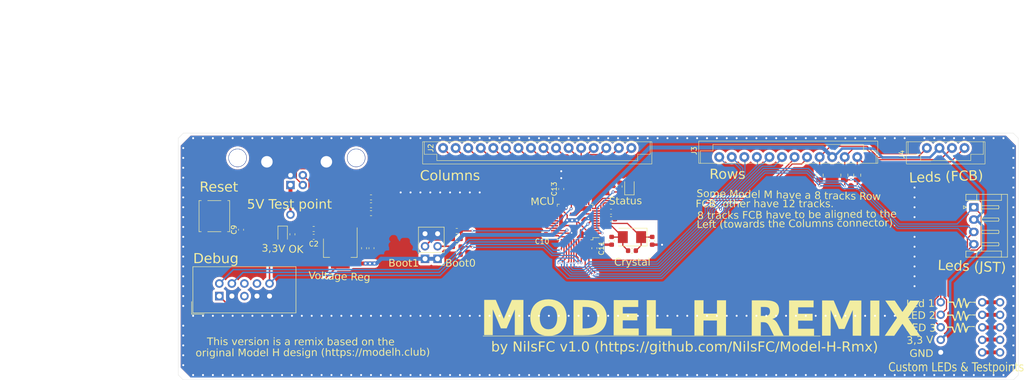
<source format=kicad_pcb>
(kicad_pcb (version 20240108) (generator "pcbnew") (generator_version "8.0")
  (title_block (title "Model H") (date "2020-04-26") (rev "v0.1"))
  (layers (0 "F.Cu" signal) (31 "B.Cu" signal) (34 "B.Paste" user) (35 "F.Paste" user) (36 "B.SilkS" user "B.Silkscreen") (37 "F.SilkS" user "F.Silkscreen") (38 "B.Mask" user) (39 "F.Mask" user) (44 "Edge.Cuts" user))
  (net 0 "")
  (net 1 "GND")
  (net 2 "+5V")
  (net 3 "+3.3V")
  (net 4 "Net-(J1-D+)")
  (net 5 "Net-(J1-D-)")
  (net 6 "Net-(J3-Pin_12)")
  (net 7 "Net-(J3-Pin_11)")
  (net 8 "Net-(J3-Pin_9)")
  (net 9 "OSC8IN")
  (net 10 "OSC8OUT")
  (net 11 "nRST")
  (net 12 "col15")
  (net 13 "col14")
  (net 14 "col13")
  (net 15 "col12")
  (net 16 "col11")
  (net 17 "col10")
  (net 18 "col9")
  (net 19 "col8")
  (net 20 "col7")
  (net 21 "col6")
  (net 22 "col5")
  (net 23 "col4")
  (net 24 "col3")
  (net 25 "col2")
  (net 26 "col1")
  (net 27 "col0")
  (net 28 "row7")
  (net 29 "row6")
  (net 30 "row5")
  (net 31 "row4")
  (net 32 "row3")
  (net 33 "row2")
  (net 34 "row1")
  (net 35 "row0")
  (net 36 "SWCLK")
  (net 37 "SWDIO")
  (net 38 "STATUSLED")
  (net 39 "D+")
  (net 40 "D-")
  (net 41 "BOOT0")
  (net 42 "LED2")
  (net 43 "LED3")
  (net 44 "LED1")
  (net 45 "BOOT1")
  (net 46 "Net-(J5-Pin_4)")
  (net 47 "Net-(J5-Pin_3)")
  (net 51 "Net-(J7-Pin_2)")
  (net 52 "Net-(J7-Pin_5)")
  (net 53 "Net-(J7-Pin_3)")
  (net 54 "Net-(J7-Pin_1)")
  (net 55 "Net-(J7-Pin_4)")
  (net 56 "Net-(LED1-A)")
  (net 57 "Net-(LED2-A)")
  (footprint "Connector_USB:USB_B_OST_USB-B1HSxx_Horizontal" (layer "F.Cu") (at 87.47 57.49 90)
    (property "Reference" "J1")
    (property "Value" "USB_B")
  )
  (footprint "Resistor_SMD:R_0603_1608Metric" (layer "F.Cu") (at 103.77 61.59)
    (property "Reference" "R3")
    (property "Value" "22")
  )
  (footprint "Capacitor_SMD:C_0603_1608Metric" (layer "F.Cu") (at 102.37 70.29 90)
    (property "Reference" "C3")
    (property "Value" "10uF")
  )
  (footprint "Package_TO_SOT_SMD:SOT-223-3_TabPin2" (layer "F.Cu") (at 97.5575 70.24 -90)
    (property "Reference" "U2")
    (property "Value" "AMS1117-3.3")
  )
  (footprint "Resistor_SMD:R_0603_1608Metric" (layer "F.Cu") (at 103.77 59.99)
    (property "Reference" "R4")
    (property "Value" "22")
  )
  (footprint "Resistor_SMD:R_0603_1608Metric" (layer "F.Cu") (at 121.13 69.99)
    (property "Reference" "R5")
    (property "Value" "1.5k")
  )
  (footprint "Resistor_SMD:R_0603_1608Metric" (layer "F.Cu") (at 121.13 68.39 180)
    (property "Reference" "R10")
    (property "Value" "1.5k")
  )
  (footprint "Connector_IDC:IDC-Header_2x05_P2.54mm_Vertical" (layer "F.Cu") (at 73.07 79.99 90)
    (property "Reference" "J6")
    (property "Value" "Conn_02x05_Odd_Even")
  )
  (footprint "Capacitor_SMD:C_0603_1608Metric" (layer "F.Cu") (at 160.67 68.79 -90)
    (property "Reference" "C5")
    (property "Value" "20pF")
  )
  (footprint "Resistor_SMD:R_0603_1608Metric" (layer "F.Cu") (at 156.5825 70.79 180)
    (property "Reference" "R6")
    (property "Value" "1M")
  )
  (footprint "Capacitor_SMD:C_0603_1608Metric" (layer "F.Cu") (at 138.395 67.49 180)
    (property "Reference" "C10")
    (property "Value" "100nF")
  )
  (footprint "Capacitor_SMD:C_0603_1608Metric" (layer "F.Cu") (at 152.345 62.89)
    (property "Reference" "C12" (hide yes))
    (property "Value" "100nF")
  )
  (footprint "Button_Switch_SMD:SW_SPST_EVPBF" (layer "F.Cu") (at 72.07 63.79 90)
    (property "Reference" "SW1")
    (property "Value" "SW_Push")
  )
  (footprint "Connector_PinHeader_2.54mm:PinHeader_2x03_P2.54mm_Vertical" (layer "F.Cu") (at 117.245 72.435 180)
    (property "Reference" "J5")
    (property "Value" "Conn_02x03_Odd_Even")
  )
  (footprint "Capacitor_SMD:C_0603_1608Metric" (layer "F.Cu") (at 92.17 67.99 180)
    (property "Reference" "C2")
    (property "Value" "100nF")
  )
  (footprint "Capacitor_SMD:C_0603_1608Metric" (layer "F.Cu") (at 103.87 70.29 90)
    (property "Reference" "C4" (hide yes))
    (property "Value" "100nF")
  )
  (footprint "Package_QFP:LQFP-48_7x7mm_P0.5mm" (layer "F.Cu") (at 145.07 64.99 180)
    (property "Reference" "U1")
    (property "Value" "STM32F103C8Tx")
  )
  (footprint "Resistor_SMD:R_0603_1608Metric" (layer "F.Cu") (at 103.77 63.19 180)
    (property "Reference" "R11")
    (property "Value" "1.5k")
  )
  (footprint "Capacitor_SMD:C_0603_1608Metric" (layer "F.Cu") (at 152.345 64.39)
    (property "Reference" "C14" (hide yes))
    (property "Value" "100nF")
  )
  (footprint "Connector_PinSocket_2.54mm:PinSocket_1x05_P2.54mm_Vertical" (layer "F.Cu") (at 231.07 81.25)
    (property "Reference" "J7")
    (property "Value" "Conn_01x05")
  )
  (footprint "Capacitor_SMD:C_0603_1608Metric" (layer "F.Cu") (at 152.47 68.79 -90)
    (property "Reference" "C6")
    (property "Value" "20pF")
  )
  (footprint "Connector_PinSocket_2.54mm:PinSocket_1x05_P2.54mm_Vertical" (layer "F.Cu") (at 227.47 81.25)
    (property "Reference" "J9")
    (property "Value" "Conn_01x05")
  )
  (footprint "Connector_PinSocket_2.54mm:PinSocket_1x05_P2.54mm_Vertical" (layer "F.Cu") (at 219.07 81.23)
    (property "Reference" "J8")
    (property "Value" "Conn_01x05")
  )
  (footprint "Crystal:Crystal_SMD_5032-2Pin_5.0x3.2mm" (layer "F.Cu") (at 156.5825 68.04 180)
    (property "Reference" "Y1")
    (property "Value" "8MHz")
  )
  (footprint "LED_SMD:LED_0805_2012Metric" (layer "F.Cu") (at 156.07 57.79 90)
    (property "Reference" "LED2")
    (property "Value" "green")
  )
  (footprint "Resistor_SMD:R_0603_1608Metric" (layer "F.Cu") (at 154.07 57.79 90)
    (property "Reference" "R2")
    (property "Value" "330")
  )
  (footprint "Resistor_SMD:R_0603_1608Metric" (layer "F.Cu") (at 121.13 71.59 180)
    (property "Reference" "R17")
    (property "Value" "100k")
  )
  (footprint "Resistor_SMD:R_0603_1608Metric" (layer "F.Cu") (at 121.13 66.79 180)
    (property "Reference" "R18")
    (property "Value" "100k")
  )
  (footprint "Model H Rmx:Model1-triomate-rows12" (layer "F.Cu") (at 174.244 51.816 90)
    (property "Reference" "J3")
    (property "Value" "Conn_01x12")
  )
  (footprint "Capacitor_SMD:C_0603_1608Metric" (layer "F.Cu") (at 77.47 66.548 90)
    (property "Reference" "C9")
    (property "Value" "100nF")
  )
  (footprint "Resistor_SMD:R_0805_2012Metric" (layer "F.Cu") (at 194.57 55.49 -90)
    (property "Reference" "R7")
    (property "Value" "100")
  )
  (footprint "Resistor_SMD:R_0805_2012Metric" (layer "F.Cu") (at 199.57 55.49 -90)
    (property "Reference" "R8")
    (property "Value" "100")
  )
  (footprint "Resistor_SMD:R_0805_2012Metric" (layer "F.Cu") (at 202.17 55.49 -90)
    (property "Reference" "R9")
    (property "Value" "100")
  )
  (footprint "Capacitor_SMD:C_0603_1608Metric" (layer "F.Cu") (at 142.27 58.29 90)
    (property "Reference" "C13")
    (property "Value" "100nF")
  )
  (footprint "Model H Rmx:Model1-triomate-cols16" (layer "F.Cu") (at 118.364 49.99 90)
    (property "Reference" "J2")
    (property "Value" "Conn_01x16")
  )
  (footprint "TestPoint:TestPoint_THTPad_D1.5mm_Drill0.7mm" (layer "F.Cu") (at 87.47 63.49)
    (property "Reference" "TP1")
    (property "Value" "TestPoint")
  )
  (footprint "Capacitor_SMD:C_0603_1608Metric" (layer "F.Cu") (at 92.17 66.39 180)
    (property "Reference" "C1")
    (property "Value" "10uF")
  )
  (footprint "LED_SMD:LED_0805_2012Metric" (layer "F.Cu") (at 85.895 67.49 -90)
    (property "Reference" "LED1")
    (property "Value" "green")
  )
  (footprint "Resistor_SMD:R_0603_1608Metric" (layer "F.Cu") (at 87.87 67.4775 -90)
    (property "Reference" "R1")
    (property "Value" "330")
  )
  (footprint "Capacitor_SMD:C_0603_1608Metric" (layer "F.Cu") (at 148.97 70.29 -90)
    (property "Reference" "C11")
    (property "Value" "100nF")
  )
  (footprint "zzz_model1:Hole_3.5mm" (layer "F.Cu") (at 76.77 51.99)
    (property "Reference" "REF**" (hide yes))
    (property "Value" "Hole_3.5mm" (hide yes))
  )
  (footprint "LOGO" (layer "F.Cu") (at 223.27 81.39 -1)
    (property "Reference" "G***" (hide yes))
    (property "Value" "LOGO" (hide yes))
  )
  (footprint "Model H Rmx:Model1-triomate-leds4" (layer "F.Cu") (at 216.27 49.99 90)
    (property "Reference" "J4")
    (property "Value" "Conn_01x04")
  )
  (footprint "LOGO" (layer "F.Cu") (at 223.17 83.99)
    (property "Reference" "G***" (hide yes))
    (property "Value" "LOGO" (hide yes))
  )
  (footprint "Connector_JST:JST_EH_S4B-EH_1x04_P2.50mm_Horizontal" (layer "F.Cu") (at 225.77 61.99 -90)
    (property "Reference" "J4B1" (hide yes))
    (property "Value" "Conn_01x04")
  )
  (footprint "zzz_model1:Hole_3.5mm" (layer "F.Cu") (at 100.77 51.99)
    (property "Reference" "REF**" (hide yes))
    (property "Value" "Hole_3.5mm" (hide yes))
  )
  (footprint "LOGO" (layer "F.Cu") (at 223.07 86.39 1)
    (property "Reference" "G***" (hide yes))
    (property "Value" "LOGO" (hide yes))
  )
  (gr_line (start 126.47 88.09) (end 194.67 88.09) (stroke (width 0.12)) (layer "F.SilkS"))
  (gr_line (start 233.77 46.99) (end 65.77 46.99) (stroke (width 0.05)) (layer "Edge.Cuts"))
  (gr_line (start 233.77 96.99) (end 65.77 96.99) (stroke (width 0.05)) (layer "Edge.Cuts"))
  (gr_line (start 233.77 96.99) (end 234.77 95.99) (stroke (width 0.05)) (layer "Edge.Cuts"))
  (gr_line (start 64.77 95.99) (end 64.77 47.99) (stroke (width 0.05)) (layer "Edge.Cuts"))
  (gr_line (start 234.77 95.99) (end 234.77 47.99) (stroke (width 0.05)) (layer "Edge.Cuts"))
  (gr_line (start 64.77 47.99) (end 65.77 46.99) (stroke (width 0.05)) (layer "Edge.Cuts"))
  (gr_line (start 65.77 96.99) (end 64.77 95.99) (stroke (width 0.05)) (layer "Edge.Cuts"))
  (gr_line (start 234.77 47.99) (end 233.77 46.99) (stroke (width 0.05)) (layer "Edge.Cuts"))
  (gr_text "Rows" (at 172.27 55.39 0) (layer "F.SilkS") (effects (font (size 2 2) (thickness 0.3)) (justify left)))
  (gr_text "LED 2" (at 214.97 83.99 0) (layer "F.SilkS") (effects (font (size 1.5 1.5))))
  (gr_text "LED 3" (at 215.07 86.49 358) (layer "F.SilkS") (effects (font (size 1.5 1.5))))
  (gr_text "3,3 V" (at 214.87 88.99 2) (layer "F.SilkS") (effects (font (size 1.5 1.5))))
  (gr_text "GND" (at 215.17 91.69 0) (layer "F.SilkS") (effects (font (size 1.5 1.5))))
  (gr_text "Boot0" (at 121.87 73.39 0) (layer "F.SilkS") (effects (font (size 1.5 1.5))))
  (gr_text "original Model H design (https://modelh.club)" (at 68.27 91.59 0.2) (layer "F.SilkS") (effects (font (size 1.5 1.5) (thickness 0.3)) (justify left)))
  (gr_text "Leds (FCB)" (at 220.17 55.89 2) (layer "F.SilkS") (effects (font (size 2 2) (thickness 0.3))))
  (gr_text "8 tracks FCB have to be aligned to the\n" (at 169.77 62.89 0.5) (layer "F.SilkS") (effects (font (size 1.5 1.5) (thickness 0.3)) (justify left top)))
  (gr_text "Boot1" (at 110.37 73.39 0) (layer "F.SilkS") (effects (font (size 1.5 1.5))))
  (gr_text "Debug" (at 67.77 72.49 0) (layer "F.SilkS") (effects (font (size 2 2) (thickness 0.3)) (justify left)))
  (gr_text "MCU" (at 138.47 60.89 2) (layer "F.SilkS") (effects (font (size 1.5 1.5))))
  (gr_text "This version is a remix based on the" (at 70.57 89.29 359.9) (layer "F.SilkS") (effects (font (size 1.5 1.5) (thickness 0.3)) (justify left)))
  (gr_text "Led 1" (at 214.97 81.59 1) (layer "F.SilkS") (effects (font (size 1.5 1.5))))
  (gr_text "Some Model M have a 8 tracks Row" (at 169.67 58.39 359) (layer "F.SilkS") (effects (font (size 1.5 1.5) (thickness 0.3)) (justify left top)))
  (gr_text "FCB, other have 12 tracks.\n" (at 169.47 60.49 0) (layer "F.SilkS") (effects (font (size 1.5 1.5) (thickness 0.3)) (justify left top)))
  (gr_text "MODEL H REMIX" (at 125.77 84.99 359.9) (layer "F.SilkS") (effects (font (size 7 7) (thickness 1) (bold yes)) (justify left)))
  (gr_text "Leds (JST)" (at 225.37 74.09 358) (layer "F.SilkS") (effects (font (size 2 2) (thickness 0.3))))
  (gr_text "3,3V OK" (at 85.87 70.49 358) (layer "F.SilkS") (effects (font (size 1.5 1.5))))
  (gr_text "Status" (at 155.27 60.79 0.5) (layer "F.SilkS") (effects (font (size 1.5 1.5))))
  (gr_text "Custom LEDs & Testpoints" (at 208.47 94.49 0) (layer "F.SilkS") (effects (font (size 1.8 1.5)) (justify left)))
  (gr_text "Voltage Reg" (at 97.37 76.09 358) (layer "F.SilkS") (effects (font (size 1.5 1.5))))
  (gr_text "by NilsFC v1.0 (https://github.com/NilsFC/Model-H-Rmx)" (at 128.07 90.39 0) (layer "F.SilkS") (effects (font (size 2 2)) (justify left)))
  (gr_text "Left (towards the Columns connector).\n" (at 169.67 64.69 0.5) (layer "F.SilkS") (effects (font (size 1.5 1.5) (thickness 0.3)) (justify left top)))
  (gr_text "Columns" (at 113.67 55.69 0) (layer "F.SilkS") (effects (font (size 2 2) (thickness 0.3)) (justify left)))
  (gr_text "5V Test point" (at 87.27 61.49 0) (layer "F.SilkS") (effects (font (size 1.9 1.9))))
  (gr_text "Reset" (at 69.07 57.99 0) (layer "F.SilkS") (effects (font (size 2 2) (thickness 0.3)) (justify left)))
  (gr_text "Crystal" (at 156.67 73.19 0) (layer "F.SilkS") (effects (font (size 1.5 1.5))))
  (segment (start 147.77 64.24) (end 149.2325 64.24) (width 0.25) (layer "F.Cu") (net 1))
  (segment (start 142.27 57.515) (end 142.27 56.09) (width 0.5) (layer "F.Cu") (net 1))
  (segment (start 150.4825 69.5775) (end 152.47 69.5775) (width 0.5) (layer "F.Cu") (net 1))
  (segment (start 148.427236 71.065) (end 148.97 71.065) (width 0.25) (layer "F.Cu") (net 1))
  (segment (start 144.37 67.19) (end 144.32 67.24) (width 0.25) (layer "F.Cu") (net 1))
  (segment (start 162.67 69.59) (end 162.6575 69.5775) (width 0.5) (layer "F.Cu") (net 1))
  (segment (start 147.32 69.957764) (end 148.427236 71.065) (width 0.25) (layer "F.Cu") (net 1))
  (segment (start 162.6575 69.5775) (end 160.67 69.5775) (width 0.5) (layer "F.Cu") (net 1))
  (segment (start 146.97 67.79) (end 147.32 68.14) (width 0.25) (layer "F.Cu") (net 1))
  (segment (start 147.32 69.1525) (end 147.32 69.957764) (width 0.25) (layer "F.Cu") (net 1))
  (segment (start 142.82 61.64) (end 142.82 60.8275) (width 0.25) (layer "F.Cu") (net 1))
  (segment (start 147.32 68.14) (end 147.32 69.1525) (width 0.25) (layer "F.Cu") (net 1))
  (segment (start 143.27 62.09) (end 142.82 61.64) (width 0.25) (layer "F.Cu") (net 1))
  (segment (start 150.47 69.59) (end 150.4825 69.5775) (width 0.5) (layer "F.Cu") (net 1))
  (segment (start 144.32 67.24) (end 140.9075 67.24) (width 0.25) (layer "F.Cu") (net 1))
  (via (at 65.77 89.99) (size 0.8) (drill 0.4) (layers "F.Cu" "B.Cu") (net 1))
  (via (at 81.77 47.99) (size 0.8) (drill 0.4) (layers "F.Cu" "B.Cu") (net 1))
  (via (at 159.77 95.99) (size 0.8) (drill 0.4) (layers "F.Cu" "B.Cu") (net 1))
  (via (at 133.77 47.99) (size 0.8) (drill 0.4) (layers "F.Cu" "B.Cu") (net 1))
  (via (at 159.77 83.99) (size 0.8) (drill 0.4) (layers "F.Cu" "B.Cu") (net 1))
  (via (at 143.27 62.09) (size 0.6) (drill 0.3) (layers "F.Cu" "B.Cu") (net 1))
  (via (at 141.77 47.99) (size 0.8) (drill 0.4) (layers "F.Cu" "B.Cu") (net 1))
  (via (at 221.77 47.99) (size 0.8) (drill 0.4) (layers "F.Cu" "B.Cu") (net 1))
  (via (at 65.77 55.99) (size 0.8) (drill 0.4) (layers "F.Cu" "B.Cu") (net 1))
  (via (at 113.77 83.99) (size 0.8) (drill 0.4) (layers "F.Cu" "B.Cu") (net 1))
  (via (at 119.77 58.99) (size 0.8) (drill 0.4) (layers "F.Cu" "B.Cu") (net 1))
  (via (at 93.77 47.99) (size 0.8) (drill 0.4) (layers "F.Cu" "B.Cu") (net 1))
  (via (at 233.77 75.99) (size 0.8) (drill 0.4) (layers "F.Cu" "B.Cu") (net 1))
  (via (at 71.77 83.99) (size 0.8) (drill 0.4) (layers "F.Cu" "B.Cu") (net 1))
  (via (at 107.77 83.99) (size 0.8) (drill 0.4) (layers "F.Cu" "B.Cu") (net 1))
  (via (at 65.77 81.99) (size 0.8) (drill 0.4) (layers "F.Cu" "B.Cu") (net 1))
  (via (at 125.77 95.99) (size 0.8) (drill 0.4) (layers "F.Cu" "B.Cu") (net 1))
  (via (at 221.77 95.99) (size 0.8) (drill 0.4) (layers "F.Cu" "B.Cu") (net 1))
  (via (at 185.77 47.99) (size 0.8) (drill 0.4) (layers "F.Cu" "B.Cu") (net 1))
  (via (at 145.77 95.99) (size 0.8) (drill 0.4) (layers "F.Cu" "B.Cu") (net 1))
  (via (at 121.77 58.99) (size 0.8) (drill 0.4) (layers "F.Cu" "B.Cu") (net 1))
  (via (at 125.77 83.99) (size 0.8) (drill 0.4) (layers "F.Cu" "B.Cu") (net 1))
  (via (at 101.77 47.99) (size 0.8) (drill 0.4) (layers "F.Cu" "B.Cu") (net 1))
  (via (at 163.77 95.99) (size 0.8) (drill 0.4) (layers "F.Cu" "B.Cu") (net 1))
  (via (at 107.77 47.99) (size 0.8) (drill 0.4) (layers "F.Cu" "B.Cu") (net 1))
  (via (at 233.77 55.99) (size 0.8) (drill 0.4) (layers "F.Cu" "B.Cu") (net 1))
  (via (at 95.77 95.99) (size 0.8) (drill 0.4) (layers "F.Cu" "B.Cu") (net 1))
  (via (at 157.77 83.99) (size 0.8) (drill 0.4) (layers "F.Cu" "B.Cu") (net 1))
  (via (at 65.77 73.99) (size 0.8) (drill 0.4) (layers "F.Cu" "B.Cu") (net 1))
  (via (at 215.77 95.99) (size 0.8) (drill 0.4) (layers "F.Cu" "B.Cu") (net 1))
  (via (at 199.77 95.99) (size 0.8) (drill 0.4) (layers "F.Cu" "B.Cu") (net 1))
  (via (at 149.77 95.99) (size 0.8) (drill 0.4) (layers "F.Cu" "B.Cu") (net 1))
  (via (at 145.77 47.99) (size 0.8) (drill 0.4) (layers "F.Cu" "B.Cu") (net 1))
  (via (at 105.77 95.99) (size 0.8) (drill 0.4) (layers "F.Cu" "B.Cu") (net 1))
  (via (at 121.77 95.99) (size 0.8) (drill 0.4) (layers "F.Cu" "B.Cu") (net 1))
  (via (at 139.77 95.99) (size 0.8) (drill 0.4) (layers "F.Cu" "B.Cu") (net 1))
  (via (at 95.77 83.99) (size 0.8) (drill 0.4) (layers "F.Cu" "B.Cu") (net 1))
  (via (at 225.77 47.99) (size 0.8) (drill 0.4) (layers "F.Cu" "B.Cu") (net 1))
  (via (at 87.77 47.99) (size 0.8) (drill 0.4) (layers "F.Cu" "B.Cu") (net 1))
  (via (at 127.77 95.99) (size 0.8) (drill 0.4) (layers "F.Cu" "B.Cu") (net 1))
  (via (at 142.27 56.09) (size 0.8) (drill 0.4) (layers "F.Cu" "B.Cu") (net 1))
  (via (at 233.77 93.99) (size 0.8) (drill 0.4) (layers "F.Cu" "B.Cu") (net 1))
  (via (at 233.77 53.99) (size 0.8) (drill 0.4) (layers "F.Cu" "B.Cu") (net 1))
  (via (at 117.77 47.99) (size 0.8) (drill 0.4) (layers "F.Cu" "B.Cu") (net 1))
  (via (at 233.77 77.99) (size 0.8) (drill 0.4) (layers "F.Cu" "B.Cu") (net 1))
  (via (at 119.77 47.99) (size 0.8) (drill 0.4) (layers "F.Cu" "B.Cu") (net 1))
  (via (at 91.77 47.99) (size 0.8) (drill 0.4) (layers "F.Cu" "B.Cu") (net 1))
  (via (at 129.77 83.99) (size 0.8) (drill 0.4) (layers "F.Cu" "B.Cu") (net 1))
  (via (at 65.77 59.99) (size 0.8) (drill 0.4) (layers "F.Cu" "B.Cu") (net 1))
  (via (at 189.77 47.99) (size 0.8) (drill 0.4) (layers "F.Cu" "B.Cu") (net 1))
  (via (at 201.77 83.99) (size 0.8) (drill 0.4) (layers "F.Cu" "B.Cu") (net 1))
  (via (at 109.77 95.99) (size 0.8) (drill 0.4) (layers "F.Cu" "B.Cu") (net 1))
  (via (at 65.77 49.99) (size 0.8) (drill 0.4) (layers "F.Cu" "B.Cu") (net 1))
  (via (at 69.77 47.99) (size 0.8) (drill 0.4) (layers "F.Cu" "B.Cu") (net 1))
  (via (at 161.77 83.99) (size 0.8) (drill 0.4) (layers "F.Cu" "B.Cu") (net 1))
  (via (at 151.77 83.99) (size 0.8) (drill 0.4) (layers "F.Cu" "B.Cu") (net 1))
  (via (at 91.77 95.99) (size 0.8) (drill 0.4) (layers "F.Cu" "B.Cu") (net 1))
  (via (at 129.77 47.99) (size 0.8) (drill 0.4) (layers "F.Cu" "B.Cu") (net 1))
  (via (at 233.77 89.99) (size 0.8) (drill 0.4) (layers "F.Cu" "B.Cu") (net 1))
  (via (at 135.77 83.99) (size 0.8) (drill 0.4) (layers "F.Cu" "B.Cu") (net 1))
  (via (at 157.77 95.99) (size 0.8) (drill 0.4) (layers "F.Cu" "B.Cu") (net 1))
  (via (at 65.77 63.99) (size 0.8) (drill 0.4) (layers "F.Cu" "B.Cu") (net 1))
  (via (at 199.77 83.99) (size 0.8) (drill 0.4) (layers "F.Cu" "B.Cu") (net 1))
  (via (at 79.77 47.99) (size 0.8) (drill 0.4) (layers "F.Cu" "B.Cu") (net 1))
  (via (at 139.77 83.99) (size 0.8) (drill 0.4) (layers "F.Cu" "B.Cu") (net 1))
  (via (at 93.77 95.99) (size 0.8) (drill 0.4) (layers "F.Cu" "B.Cu") (net 1))
  (via (at 71.77 47.99) (size 0.8) (drill 0.4) (layers "F.Cu" "B.Cu") (net 1))
  (via (at 147.77 83.99) (size 0.8) (drill 0.4) (layers "F.Cu" "B.Cu") (net 1))
  (via (at 189.77 83.99) (size 0.8) (drill 0.4) (layers "F.Cu" "B.Cu") (net 1))
  (via (at 65.77 85.99) (size 0.8) (drill 0.4) (layers "F.Cu" "B.Cu") (net 1))
  (via (at 113.77 47.99) (size 0.8) (drill 0.4) (layers "F.Cu" "B.Cu") (net 1))
  (via (at 233.77 63.99) (size 0.8) (drill 0.4) (layers "F.Cu" "B.Cu") (net 1))
  (via (at 229.77 95.99) (size 0.8) (drill 0.4) (layers "F.Cu" "B.Cu") (net 1))
  (via (at 89.77 95.99) (size 0.8) (drill 0.4) (layers "F.Cu" "B.Cu") (net 1))
  (via (at 211.77 95.99) (size 0.8) (drill 0.4) (layers "F.Cu" "B.Cu") (net 1))
  (via (at 151.77 95.99) (size 0.8) (drill 0.4) (layers "F.Cu" "B.Cu") (net 1))
  (via (at 197.77 47.99) (size 0.8) (drill 0.4) (layers "F.Cu" "B.Cu") (net 1))
  (via (at 173.77 83.99) (size 0.8) (drill 0.4) (layers "F.Cu" "B.Cu") (net 1))
  (via (at 179.77 83.99) (size 0.8) (drill 0.4) (layers "F.Cu" "B.Cu") (net 1))
  (via (at 119.77 95.99) (size 0.8) (drill 0.4) (layers "F.Cu" "B.Cu") (net 1))
  (via (at 65.77 53.99) (size 0.8) (drill 0.4) (layers "F.Cu" "B.Cu") (net 1))
  (via (at 111.77 95.99) (size 0.8) (drill 0.4) (layers "F.Cu" "B.Cu") (net 1))
  (via (at 165.77 95.99) (size 0.8) (drill 0.4) (layers "F.Cu" "B.Cu") (net 1))
  (via (at 187.77 83.99) (size 0.8) (drill 0.4) (layers "F.Cu" "B.Cu") (net 1))
  (via (at 153.77 95.99) (size 0.8) (drill 0.4) (layers "F.Cu" "B.Cu") (net 1))
  (via (at 89.77 47.99) (size 0.8) (drill 0.4) (layers "F.Cu" "B.Cu") (net 1))
  (via (at 189.77 95.99) (size 0.8) (drill 0.4) (layers "F.Cu" "B.Cu") (net 1))
  (via (at 65.77 77.99) (size 0.8) (drill 0.4) (layers "F.Cu" "B.Cu") (net 1))
  (via (at 137.77 83.99) (size 0.8) (drill 0.4) (layers "F.Cu" "B.Cu") (net 1))
  (via (at 71.77 95.99) (size 0.8) (drill 0.4) (layers "F.Cu" "B.Cu") (net 1))
  (via (at 169.77 95.99) (size 0.8) (drill 0.4) (layers "F.Cu" "B.Cu") (net 1))
  (via (at 147.77 64.24) (size 0.6) (drill 0.3) (layers "F.Cu" "B.Cu") (net 1))
  (via (at 65.77 91.99) (size 0.8) (drill 0.4) (layers "F.Cu" "B.Cu") (net 1))
  (via (at 115.77 83.99) (size 0.8) (drill 0.4) (layers "F.Cu" "B.Cu") (net 1))
  (via (at 77.77 83.99) (size 0.8) (drill 0.4) (layers "F.Cu" "B.Cu") (net 1))
  (via (at 141.77 83.99) (size 0.8) (drill 0.4) (layers "F.Cu" "B.Cu") (net 1))
  (via (at 97.77 83.99) (size 0.8) (drill 0.4) (layers "F.Cu" "B.Cu") (net 1))
  (via (at 81.77 95.99) (size 0.8) (drill 0.4) (layers "F.Cu" "B.Cu") (net 1))
  (via (at 175.77 47.99) (size 0.8) (drill 0.4) (layers "F.Cu" "B.Cu") (net 1))
  (via (at 123.77 83.99) (size 0.8) (drill 0.4) (layers "F.Cu" "B.Cu") (net 1))
  (via (at 191.77 83.99) (size 0.8) (drill 0.4) (layers "F.Cu" "B.Cu") (net 1))
  (via (at 143.77 83.99) (size 0.8) (drill 0.4) (layers "F.Cu" "B.Cu") (net 1))
  (via (at 123.77 95.99) (size 0.8) (drill 0.4) (layers "F.Cu" "B.Cu") (net 1))
  (via (at 95.77 47.99) (size 0.8) (drill 0.4) (layers "F.Cu" "B.Cu") (net 1))
  (via (at 199.77 47.99) (size 0.8) (drill 0.4) (layers "F.Cu" "B.Cu") (net 1))
  (via (at 99.77 83.99) (size 0.8) (drill 0.4) (layers "F.Cu" "B.Cu") (net 1))
  (via (at 105.77 83.99) (size 0.8) (drill 0.4) (layers "F.Cu" "B.Cu") (net 1))
  (via (at 169.77 83.99) (size 0.8) (drill 0.4) (layers "F.Cu" "B.Cu") (net 1))
  (via (at 115.77 47.99) (size 0.8) (drill 0.4) (layers "F.Cu" "B.Cu") (net 1))
  (via (at 153.77 83.99) (size 0.8) (drill 0.4) (layers "F.Cu" "B.Cu") (net 1))
  (via (at 233.77 91.99) (size 0.8) (drill 0.4) (layers "F.Cu" "B.Cu") (net 1))
  (via (at 185.77 95.99) (size 0.8) (drill 0.4) (layers "F.Cu" "B.Cu") (net 1))
  (via (at 153.77 47.99) (size 0.8) (drill 0.4) (layers "F.Cu" "B.Cu") (net 1))
  (via (at 127.77 83.99) (size 0.8) (drill 0.4) (layers "F.Cu" "B.Cu") (net 1))
  (via (at 83.77 47.99) (size 0.8) (drill 0.4) (layers "F.Cu" "B.Cu") (net 1))
  (via (at 225.77 95.99) (size 0.8) (drill 0.4) (layers "F.Cu" "B.Cu") (net 1))
  (via (at 233.77 73.99) (size 0.8) (drill 0.4) (layers "F.Cu" "B.Cu") (net 1))
  (via (at 119.77 83.99) (size 0.8) (drill 0.4) (layers "F.Cu" "B.Cu") (net 1))
  (via (at 213.77 95.99) (size 0.8) (drill 0.4) (layers "F.Cu" "B.Cu") (net 1))
  (via (at 127.77 47.99) (size 0.8) (drill 0.4) (layers "F.Cu" "B.Cu") (net 1))
  (via (at 75.77 47.99) (size 0.8) (drill 0.4) (layers "F.Cu" "B.Cu") (net 1))
  (via (at 181.77 83.99) (size 0.8) (drill 0.4) (layers "F.Cu" "B.Cu") (net 1))
  (via (at 117.77 58.99) (size 0.8) (drill 0.4) (layers "F.Cu" "B.Cu") (net 1))
  (via (at 142.27 54.69) (size 0.8) (drill 0.4) (layers "F.Cu" "B.Cu") (net 1))
  (via (at 213.77 63.99) (size 0.8) (drill 0.4) (layers "F.Cu" "B.Cu") (net 1))
  (via (at 205.77 47.99) (size 0.8) (drill 0.4) (layers "F.Cu" "B.Cu") (net 1))
  (via (at 155.77 95.99) (size 0.8) (drill 0.4) (layers "F.Cu" "B.Cu") (net 1))
  (via (at 197.77 95.99) (size 0.8) (drill 0.4) (layers "F.Cu" "B.Cu") (net 1))
  (via (at 233.77 79.99) (size 0.8) (drill 0.4) (layers "F.Cu" "B.Cu") (net 1))
  (via (at 205.77 83.99) (size 0.8) (drill 0.4) (layers "F.Cu" "B.Cu") (net 1))
  (via (at 165.77 83.99) (size 0.8) (drill 0.4) (layers "F.Cu" "B.Cu") (net 1))
  (via (at 65.77 69.99) (size 0.8) (drill 0.4) (layers "F.Cu" "B.Cu") (net 1))
  (via (at 161.77 95.99) (size 0.8) (drill 0.4) (layers "F.Cu" "B.Cu") (net 1))
  (via (at 77.77 47.99) (size 0.8) (drill 0.4) (layers "F.Cu" "B.Cu") (net 1))
  (via (at 103.77 83.99) (size 0.8) (drill 0.4) (layers "F.Cu" "B.Cu") (net 1))
  (via (at 201.77 95.99) (size 0.8) (drill 0.4) (layers "F.Cu" "B.Cu") (net 1))
  (via (at 139.77 47.99) (size 0.8) (drill 0.4) (layers "F.Cu" "B.Cu") (net 1))
  (via (at 147.77 95.99) (size 0.8) (drill 0.4) (layers "F.Cu" "B.Cu") (net 1))
  (via (at 157.77 47.99) (size 0.8) (drill 0.4) (layers "F.Cu" "B.Cu") (net 1))
  (via (at 89.77 83.99) (size 0.8) (drill 0.4) (layers "F.Cu" "B.Cu") (net 1))
  (via (at 115.77 95.99) (size 0.8) (drill 0.4) (layers "F.Cu" "B.Cu") (net 1))
  (via (at 143.77 47.99) (size 0.8) (drill 0.4) (layers "F.Cu" "B.Cu") (net 1))
  (via (at 163.77 83.99) (size 0.8) (drill 0.4) (layers "F.Cu" "B.Cu") (net 1))
  (via (at 144.37 67.19) (size 0.6) (drill 0.3) (layers "F.Cu" "B.Cu") (net 1))
  (via (at 213.77 61.99) (size 0.8) (drill 0.4) (layers "F.Cu" "B.Cu") (net 1))
  (via (at 223.77 47.99) (size 0.8) (drill 0.4) (layers "F.Cu" "B.Cu") (net 1))
  (via (at 81.77 83.99) (size 0.8) (drill 0.4) (layers "F.Cu" "B.Cu") (net 1))
  (via (at 171.77 95.99) (size 0.8) (drill 0.4) (layers "F.Cu" "B.Cu") (net 1))
  (via (at 207.77 95.99) (size 0.8) (drill 0.4) (layers "F.Cu" "B.Cu") (net 1))
  (via (at 87.77 95.99) (size 0.8) (drill 0.4) (layers "F.Cu" "B.Cu") (net 1))
  (via (at 109.77 58.99) (size 0.8) (drill 0.4) (layers "F.Cu" "B.Cu") (net 1))
  (via (at 143.77 95.99) (size 0.8) (drill 0.4) (layers "F.Cu" "B.Cu") (net 1))
  (via (at 205.77 95.99) (size 0.8) (drill 0.4) (layers "F.Cu" "B.Cu") (net 1))
  (via (at 137.77 95.99) (size 0.8) (drill 0.4) (layers "F.Cu" "B.Cu") (net 1))
  (via (at 207.77 47.99) (size 0.8) (drill 0.4) (layers "F.Cu" "B.Cu") (net 1))
  (via (at 209.77 95.99) (size 0.8) (drill 0.4) (layers "F.Cu" "B.Cu") (net 1))
  (via (at 117.77 83.99) (size 0.8) (drill 0.4) (layers "F.Cu" "B.Cu") (net 1))
  (via (at 203.77 47.99) (size 0.8) (drill 0.4) (layers "F.Cu" "B.Cu") (net 1))
  (via (at 65.77 79.99) (size 0.8) (drill 0.4) (layers "F.Cu" "B.Cu") (net 1))
  (via (at 233.77 49.99) (size 0.8) (drill 0.4) (layers "F.Cu" "B.Cu") (net 1))
  (via (at 150.47 69.59) (size 0.8) (drill 0.4) (layers "F.Cu" "B.Cu") (net 1))
  (via (at 179.77 95.99) (size 0.8) (drill 0.4) (layers "F.Cu" "B.Cu") (net 1))
  (via (at 105.77 47.99) (size 0.8) (drill 0.4) (layers "F.Cu" "B.Cu") (net 1))
  (via (at 65.77 71.99) (size 0.8) (drill 0.4) (layers "F.Cu" "B.Cu") (net 1))
  (via (at 85.77 83.99) (size 0.8) (drill 0.4) (layers "F.Cu" "B.Cu") (net 1))
  (via (at 162.67 69.59) (size 0.8) (drill 0.4) (layers "F.Cu" "B.Cu") (net 1))
  (via (at 79.77 83.99) (size 0.8) (drill 0.4) (layers "F.Cu" "B.Cu") (net 1))
  (via (at 175.77 95.99) (size 0.8) (drill 0.4) (layers "F.Cu" "B.Cu") (net 1))
  (via (at 109.77 83.99) (size 0.8) (drill 0.4) (layers "F.Cu" "B.Cu") (net 1))
  (via (at 227.77 47.99) (size 0.8) (drill 0.4) (layers "F.Cu" "B.Cu") (net 1))
  (via (at 231.77 47.99) (size 0.8) (drill 0.4) (layers "F.Cu" "B.Cu") (net 1))
  (via (at 85.77 95.99) (size 0.8) (drill 0.4) (layers "F.Cu" "B.Cu") (net 1))
  (via (at 141.77 95.99) (size 0.8) (drill 0.4) (layers "F.Cu" "B.Cu") (net 1))
  (via (at 233.77 71.99) (size 0.8) (drill 0.4) (layers "F.Cu" "B.Cu") (net 1))
  (via (at 67.77 47.99) (size 0.8) (drill 0.4) (layers "F.Cu" "B.Cu") (net 1))
  (via (at 233.77 51.99) (size 0.8) (drill 0.4) (layers "F.Cu" "B.Cu") (net 1))
  (via (at 195.77 47.99) (size 0.8) (drill 0.4) (layers "F.Cu" "B.Cu") (net 1))
  (via (at 65.77 93.99) (size 0.8) (drill 0.4) (layers "F.Cu" "B.Cu") (net 1))
  (via (at 65.77 61.99) (size 0.8) (drill 0.4) (layers "F.Cu" "B.Cu") (net 1))
  (via (at 111.77 47.99) (size 0.8) (drill 0.4) (layers "F.Cu" "B.Cu") (net 1))
  (via (at 161.77 47.99) (size 0.8) (drill 0.4) (layers "F.Cu" "B.Cu") (net 1))
  (via (at 101.77 95.99) (size 0.8) (drill 0.4) (layers "F.Cu" "B.Cu") (net 1))
  (via (at 233.77 69.99) (size 0.8) (drill 0.4) (layers "F.Cu" "B.Cu") (net 1))
  (via (at 87.77 83.99) (size 0.8) (drill 0.4) (layers "F.Cu" "B.Cu") (net 1))
  (via (at 233.77 87.99) (size 0.8) (drill 0.4) (layers "F.Cu" "B.Cu") (net 1))
  (via (at 167.77 83.99) (size 0.8) (drill 0.4) (layers "F.Cu" "B.Cu") (net 1))
  (via (at 233.77 85.99) (size 0.8) (drill 0.4) (layers "F.Cu" "B.Cu") (net 1))
  (via (at 103.77 47.99) (size 0.8) (drill 0.4) (layers "F.Cu" "B.Cu") (net 1))
  (via (at 125.77 58.99) (size 0.8) (drill 0.4) (layers "F.Cu" "B.Cu") (net 1))
  (via (at 83.77 83.99) (size 0.8) (drill 0.4) (layers "F.Cu" "B.Cu") (net 1))
  (via (at 107.77 95.99) (size 0.8) (drill 0.4) (layers "F.Cu" "B.Cu") (net 1))
  (via (at 213.77 75.99) (size 0.8) (drill 0.4) (layers "F.Cu" "B.Cu") (net 1))
  (via (at 175.77 83.99) (size 0.8) (drill 0.4) (layers "F.Cu" "B.Cu") (net 1))
  (via (at 173.77 95.99) (size 0.8) (drill 0.4) (layers "F.Cu" "B.Cu") (net 1))
  (via (at 111.77 83.99) (size 0.8) (drill 0.4) (layers "F.Cu" "B.Cu") (net 1))
  (via (at 97.77 95.99) (size 0.8) (drill 0.4) (layers "F.Cu" "B.Cu") (net 1))
  (via (at 155.77 83.99) (size 0.8) (drill 0.4) (layers "F.Cu" "B.Cu") (net 1))
  (via (at 91.77 83.99) (size 0.8) (drill 0.4) (layers "F.Cu" "B.Cu") (net 1))
  (via (at 133.77 95.99) (size 0.8) (drill 0.4) (layers "F.Cu" "B.Cu") (net 1))
  (via (at 69.77 83.99) (size 0.8) (drill 0.4) (layers "F.Cu" "B.Cu") (net 1))
  (via (at 203.77 83.99) (size 0.8) (drill 0.4) (layers "F.Cu" "B.Cu") (net 1))
  (via (at 73.77 47.99) (size 0.8) (drill 0.4) (layers "F.Cu" "B.Cu") (net 1))
  (via (at 173.77 47.99) (size 0.8) (drill 0.4) (layers "F.Cu" "B.Cu") (net 1))
  (via (at 99.77 95.99) (size 0.8) (drill 0.4) (layers "F.Cu" "B.Cu") (net 1))
  (via (at 111.77 58.99) (size 0.8) (drill 0.4) (layers "F.Cu" "B.Cu") (net 1))
  (via (at 171.77 83.99) (size 0.8) (drill 0.4) (layers "F.Cu" "B.Cu") (net 1))
  (via (at 167.77 47.99) (size 0.8) (drill 0.4) (layers "F.Cu" "B.Cu") (net 1))
  (via (at 131.77 47.99) (size 0.8) (drill 0.4) (layers "F.Cu" "B.Cu") (net 1))
  (via (at 233.77 81.99) (size 0.8) (drill 0.4) (layers "F.Cu" "B.Cu") (net 1))
  (via (at 201.77 47.99) (size 0.8) (drill 0.4) (layers "F.Cu" "B.Cu") (net 1))
  (via (at 213.77 73.99) (size 0.8) (drill 0.4) (layers "F.Cu" "B.Cu") (net 1))
  (via (at 73.77 83.99) (size 0.8) (drill 0.4) (layers "F.Cu" "B.Cu") (net 1))
  (via (at 183.77 47.99) (size 0.8) (drill 0.4) (layers "F.Cu" "B.Cu") (net 1))
  (via (at 177.77 95.99) (size 0.8) (drill 0.4) (layers "F.Cu" "B.Cu") (net 1))
  (via (at 101.77 83.99) (size 0.8) (drill 0.4) (layers "F.Cu" "B.Cu") (net 1))
  (via (at 223.77 95.99) (size 0.8) (drill 0.4) (layers "F.Cu" "B.Cu") (net 1))
  (via (at 163.77 47.99) (size 0.8) (drill 0.4) (layers "F.Cu" "B.Cu") (net 1))
  (via (at 65.77 75.99) (size 0.8) (drill 0.4) (layers "F.Cu" "B.Cu") (net 1))
  (via (at 183.77 83.99) (size 0.8) (drill 0.4) (layers "F.Cu" "B.Cu") (net 1))
  (via (at 67.77 95.99) (size 0.8) (drill 0.4) (layers "F.Cu" "B.Cu") (net 1))
  (via (at 209.77 83.99) (size 0.8) (drill 0.4) (layers "F.Cu" "B.Cu") (net 1))
  (via (at 69.77 95.99) (size 0.8) (drill 0.4) (layers "F.Cu" "B.Cu") (net 1))
  (via (at 187.77 95.99) (size 0.8) (drill 0.4) (layers "F.Cu" "B.Cu") (net 1))
  (via (at 233.77 59.99) (size 0.8) (drill 0.4) (layers "F.Cu" "B.Cu") (net 1))
  (via (at 131.77 95.99) (size 0.8) (drill 0.4) (layers "F.Cu" "B.Cu") (net 1))
  (via (at 185.77 83.99) (size 0.8) (drill 0.4) (layers "F.Cu" "B.Cu") (net 1))
  (via (at 165.77 47.99) (size 0.8) (drill 0.4) (layers "F.Cu" "B.Cu") (net 1))
  (via (at 129.77 95.99) (size 0.8) (drill 0.4) (layers "F.Cu" "B.Cu") (net 1))
  (via (at 197.77 83.99) (size 0.8) (drill 0.4) (layers "F.Cu" "B.Cu") (net 1))
  (via (at 191.77 47.99) (size 0.8) (drill 0.4) (layers "F.Cu" "B.Cu") (net 1))
  (via (at 219.77 95.99) (size 0.8) (drill 0.4) (layers "F.Cu" "B.Cu") (net 1))
  (via (at 209.77 47.99) (size 0.8) (drill 0.4) (layers "F.Cu" "B.Cu") (net 1))
  (via (at 133.77 83.99) (size 0.8) (drill 0.4) (layers "F.Cu" "B.Cu") (net 1))
  (via (at 177.77 47.99) (size 0.8) (drill 0.4) (layers "F.Cu" "B.Cu") (net 1))
  (via (at 85.77 47.99) (size 0.8) (drill 0.4) (layers "F.Cu" "B.Cu") (net 1))
  (via (at 213.77 71.99) (size 0.8) (drill 0.4) (layers "F.Cu" "B.Cu") (net 1))
  (via (at 233.77 65.99) (size 0.8) (drill 0.4) (layers "F.Cu" "B.Cu") (net 1))
  (via (at 191.77 95.99) (size 0.8) (drill 0.4) (layers "F.Cu" "B.Cu") (net 1))
  (via (at 179.77 47.99) (size 0.8) (drill 0.4) (layers "F.Cu" "B.Cu") (net 1))
  (via (at 67.77 83.99) (size 0.8) (drill 0.4) (layers "F.Cu" "B.Cu") (net 1))
  (via (at 125.77 47.99) (size 0.8) (drill 0.4) (layers "F.Cu" "B.Cu") (net 1))
  (via (at 203.77 95.99) (size 0.8) (drill 0.4) (layers "F.Cu" "B.Cu") (net 1))
  (via (at 79.77 95.99) (size 0.8) (drill 0.4) (layers "F.Cu" "B.Cu") (net 1))
  (via (at 97.77 47.99) (size 0.8) (drill 0.4) (layers "F.Cu" "B.Cu") (net 1))
  (via (at 231.77 95.99) (size 0.8) (drill 0.4) (layers "F.Cu" "B.Cu") (net 1))
  (via (at 149.77 47.99) (size 0.8) (drill 0.4) (layers "F.Cu" "B.Cu") (net 1))
  (via (at 131.77 83.99) (size 0.8) (drill 0.4) (layers "F.Cu" "B.Cu") (net 1))
  (via (at 135.77 47.99) (size 0.8) (drill 0.4) (layers "F.Cu" "B.Cu") (net 1))
  (via (at 217.77 47.99) (size 0.8) (drill 0.4) (layers "F.Cu" "B.Cu") (net 1))
  (via (at 195.77 95.99) (size 0.8) (drill 0.4) (layers "F.Cu" "B.Cu") (net 1))
  (via (at 146.97 67.79) (size 0.6) (drill 0.3) (layers "F.Cu" "B.Cu") (net 1))
  (via (at 159.77 47.99) (size 0.8) (drill 0.4) (layers "F.Cu" "B.Cu") (net 1))
  (via (at 177.77 83.99) (size 0.8) (drill 0.4) (layers "F.Cu" "B.Cu") (net 1))
  (via (at 169.77 47.99) (size 0.8) (drill 0.4) (layers "F.Cu" "B.Cu") (net 1))
  (via (at 167.77 95.99) (size 0.8) (drill 0.4) (layers "F.Cu" "B.Cu") (net 1))
  (via (at 75.77 83.99) (size 0.8) (drill 0.4) (layers "F.Cu" "B.Cu") (net 1))
  (via (at 213.77 77.99) (size 0.8) (drill 0.4) (layers "F.Cu" "B.Cu") (net 1))
  (via (at 193.77 95.99) (size 0.8) (drill 0.4) (layers "F.Cu" "B.Cu") (net 1))
  (via (at 213.77 57.99) (size 0.8) (drill 0.4) (layers "F.Cu" "B.Cu") (net 1))
  (via (at 193.77 83.99) (size 0.8) (drill 0.4) (layers "F.Cu" "B.Cu") (net 1))
  (via (at 115.77 58.99) (size 0.8) (drill 0.4) (layers "F.Cu" "B.Cu") (net 1))
  (via (at 65.77 51.99) (size 0.8) (drill 0.4) (layers "F.Cu" "B.Cu") (net 1))
  (via (at 195.77 83.99) (size 0.8) (drill 0.4) (layers "F.Cu" "B.Cu") (net 1))
  (via (at 233.77 67.99) (size 0.8) (drill 0.4) (layers "F.Cu" "B.Cu") (net 1))
  (via (at 213.77 69.99) (size 0.8) (drill 0.4) (layers "F.Cu" "B.Cu") (net 1))
  (via (at 171.77 47.99) (size 0.8) (drill 0.4) (layers "F.Cu" "B.Cu") (net 1))
  (via (at 147.77 47.99) (size 0.8) (drill 0.4) (layers "F.Cu" "B.Cu") (net 1))
  (via (at 233.77 61.99) (size 0.8) (drill 0.4) (layers "F.Cu" "B.Cu") (net 1))
  (via (at 219.77 47.99) (size 0.8) (drill 0.4) (layers "F.Cu" "B.Cu") (net 1))
  (via (at 193.77 47.99) (size 0.8) (drill 0.4) (layers "F.Cu" "B.Cu") (net 1))
  (via (at 181.77 95.99) (size 0.8) (drill 0.4) (layers "F.Cu" "B.Cu") (net 1))
  (via (at 151.77 47.99) (size 0.8) (drill 0.4) (layers "F.Cu" "B.Cu") (net 1))
  (via (at 93.77 83.99) (size 0.8) (drill 0.4) (layers "F.Cu" "B.Cu") (net 1))
  (via (at 135.77 95.99) (size 0.8) (drill 0.4) (layers "F.Cu" "B.Cu") (net 1))
  (via (at 213.77 59.99) (size 0.8) (drill 0.4) (layers "F.Cu" "B.Cu") (net 1))
  (via (at 113.77 95.99) (size 0.8) (drill 0.4) (layers "F.Cu" "B.Cu") (net 1))
  (via (at 65.77 87.99) (size 0.8) (drill 0.4) (layers "F.Cu" "B.Cu") (net 1))
  (via (at 117.77 95.99) (size 0.8) (drill 0.4) (layers "F.Cu" "B.Cu") (net 1))
  (via (at 233.77 83.99) (size 0.8) (drill 0.4) (layers "F.Cu" "B.Cu") (net 1))
  (via (at 183.77 95.99) (size 0.8) (drill 0.4) (layers "F.Cu" "B.Cu") (net 1))
  (via (at 155.77 47.99) (size 0.8) (drill 0.4) (layers "F.Cu" "B.Cu") (net 1))
  (via (at 211.77 47.99) (size 0.8) (drill 0.4) (layers "F.Cu" "B.Cu") (net 1))
  (via (at 215.77 47.99) (size 0.8) (drill 0.4) (layers "F.Cu" "B.Cu") (net 1))
  (via (at 99.77 47.99) (size 0.8) (drill 0.4) (layers "F.Cu" "B.Cu") (net 1))
  (via (at 181.77 47.99) (size 0.8) (drill 0.4) (layers "F.Cu" "B.Cu") (net 1))
  (via (at 103.77 95.99) (size 0.8) (drill 0.4) (layers "F.Cu" "B.Cu") (net 1))
  (via (at 149.77 83.99) (size 0.8) (drill 0.4) (layers "F.Cu" "B.Cu") (net 1))
  (via (at 123.77 47.99) (size 0.8) (drill 0.4) (layers "F.Cu" "B.Cu") (net 1))
  (via (at 213.77 67.99) (size 0.8) (drill 0.4) (layers "F.Cu" "B.Cu") (net 1))
  (via (at 227.77 95.99) (size 0.8) (drill 0.4) (layers "F.Cu" "B.Cu") (net 1))
  (via (at 121.77 83.99) (size 0.8) (drill 0.4) (layers "F.Cu" "B.Cu") (net 1))
  (via (at 75.77 95.99) (size 0.8) (drill 0.4) (layers "F.Cu" "B.Cu") (net 1))
  (via (at 65.77 57.99) (size 0.8) (drill 0.4) (layers "F.Cu" "B.Cu") (net 1))
  (via (at 217.77 95.99) (size 0.8) (drill 0.4) (layers "F.Cu" "B.Cu") (net 1))
  (via (at 145.77 83.99) (size 0.8) (drill 0.4) (layers "F.Cu" "B.Cu") (net 1))
  (via (at 77.77 95.99) (size 0.8) (drill 0.4) (layers "F.Cu" "B.Cu") (net 1))
  (via (at 83.77 95.99) (size 0.8) (drill 0.4) (layers "F.Cu" "B.Cu") (net 1))
  (via (at 109.77 47.99) (size 0.8) (drill 0.4) (layers "F.Cu" "B.Cu") (net 1))
  (via (at 121.77 47.99) (size 0.8) (drill 0.4) (layers "F.Cu" "B.Cu") (net 1))
  (via (at 187.77 47.99) (size 0.8) (drill 0.4) (layers "F.Cu" "B.Cu") (net 1))
  (via (at 65.77 65.99) (size 0.8) (drill 0.4) (layers "F.Cu" "B.Cu") (net 1))
  (via (at 137.77 47.99) (size 0.8) (drill 0.4) (layers "F.Cu" "B.Cu") (net 1))
  (via (at 113.77 58.99) (size 0.8) (drill 0.4) (layers "F.Cu" "B.Cu") (net 1))
  (via (at 123.77 58.99) (size 0.8) (drill 0.4) (layers "F.Cu" "B.Cu") (net 1))
  (via (at 73.77 95.99) (size 0.8) (drill 0.4) (layers "F.Cu" "B.Cu") (net 1))
  (via (at 65.77 67.99) (size 0.8) (drill 0.4) (layers "F.Cu" "B.Cu") (net 1))
  (via (at 233.77 57.99) (size 0.8) (drill 0.4) (layers "F.Cu" "B.Cu") (net 1))
  (via (at 229.77 47.99) (size 0.8) (drill 0.4) (layers "F.Cu" "B.Cu") (net 1))
  (via (at 207.77 83.99) (size 0.8) (drill 0.4) (layers "F.Cu" "B.Cu") (net 1))
  (segment (start 95.8575 66.49) (end 95.2575 67.09) (width 0.25) (layer "F.Cu") (net 2))
  (segment (start 87.47 59.89) (end 87.47 57.49) (width 0.8) (layer "F.Cu") (net 2))
  (segment (start 92.7425 67.89) (end 93.3575 67.89) (width 0.8) (layer "F.Cu") (net 2))
  (segment (start 101.5825 61.79) (end 95.27 61.79) (width 0.5) (layer "F.Cu") (net 2))
  (segment (start 95.2575 62.1775) (end 95.2575 67.09) (width 0.8) (layer "F.Cu") (net 2))
  (segment (start 93.3575 67.89) (end 94.1575 67.09) (width 0.8) (layer "F.Cu") (net 2))
  (segment (start 94.1575 67.09) (end 95.2575 67.09) (width 0.8) (layer "F.Cu") (net 2))
  (segment (start 102.9825 63.19) (end 101.5825 61.79) (width 0.5) (layer "F.Cu") (net 2))
  (segment (start 94.87 61.79) (end 89.37 61.79) (width 0.8) (layer "F.Cu") (net 2))
  (segment (start 94.5575 66.39) (end 95.2575 67.09) (width 0.8) (layer "F.Cu") (net 2))
  (segment (start 87.47 63.49) (end 87.47 57.49) (width 0.5) (layer "F.Cu") (net 2))
  (segment (start 92.9575 66.39) (end 94.5575 66.39) (width 0.8) (layer "F.Cu") (net 2))
  (segment (start 89.37 61.79) (end 87.47 59.89) (width 0.8) (layer "F.Cu") (net 2))
  (segment (start 140.8575 67.79) (end 140.9075 67.74) (width 0.25) (layer "F.Cu") (net 3))
  (segment (start 147.82 67.14) (end 147.823618 67.136382) (width 0.25) (layer "F.Cu") (net 3))
  (segment (start 73.07 79.99) (end 74.57 81.49) (width 0.3) (layer "F.Cu") (net 3))
  (segment (start 144.595 67.965) (end 141.895 67.965) (width 0.25) (layer "F.Cu") (net 3))
  (segment (start 145.42 64.64) (end 145.42 64.54) (width 0.5) (layer "F.Cu") (net 3))
  (segment (start 90.67 69.49) (end 87.87 66.69) (width 0.3) (layer "F.Cu") (net 3))
  (segment (start 103.105 71.0775) (end 103.5075 70.675) (width 0.5) (layer "F.Cu") (net 3))
  (segment (start 149.2325 63.740001) (end 150.719999 63.740001) (width 0.3) (layer "F.Cu") (net 3))
  (segment (start 89.4575 81.49) (end 97.5575 73.39) (width 0.3) (layer "F.Cu") (net 3))
  (segment (start 142.32 62.423884) (end 143.47 63.573884) (width 0.25) (layer "F.Cu") (net 3))
  (segment (start 148.6075 69.1525) (end 148.97 69.515) (width 0.25) (layer "F.Cu") (net 3))
  (segment (start 150.920001 63.740001) (end 151.57 64.39) (width 0.3) (layer "F.Cu") (net 3))
  (segment (start 97.5575 73.39) (end 99.87 71.0775) (width 0.5) (layer "F.Cu") (net 3))
  (segment (start 140.9075 67.74) (end 141.67 67.74) (width 0.25) (layer "F.Cu") (net 3))
  (segment (start 74.57 81.49) (end 89.4575 81.49) (width 0.3) (layer "F.Cu") (net 3))
  (segment (start 145.42 64.732764) (end 145.42 64.64) (width 0.25) (layer "F.Cu") (net 3))
  (segment (start 147.82 69.1525) (end 148.6075 69.1525) (width 0.25) (layer "F.Cu") (net 3))
  (segment (start 147.823618 67.136382) (end 145.42 64.732764) (width 0.25) (layer "F.Cu") (net 3))
  (segment (start 141.67 67.74) (end 141.895 67.965) (width 0.25) (layer "F.Cu") (net 3))
  (segment (start 143.47 63.573884) (end 143.47 64.64) (width 0.25) (layer "F.Cu") (net 3))
  (segment (start 145.42 67.14) (end 144.595 67.965) (width 0.25) (layer "F.Cu") (net 3))
  (segment (start 97.5575 67.09) (end 97.5575 73.39) (width 1) (layer "F.Cu") (net 3))
  (segment (start 97.5575 67.09) (end 95.1575 69.49) (width 0.3) (layer "F.Cu") (net 3))
  (segment (start 149.2325 67.74) (end 148.427236 67.74) (width 0.25) (layer "F.Cu") (net 3))
  (segment (start 148.427236 67.74) (end 147.823618 67.136382) (width 0.25) (layer "F.Cu") (net 3))
  (segment (start 139.255 67.79) (end 140.8575 67.79) (width 0.25) (layer "F.Cu") (net 3))
  (segment (start 150.719999 63.740001) (end 150.920001 63.740001) (width 0.3) (layer "F.Cu") (net 3))
  (segment (start 150.719999 63.740001) (end 151.57 62.89) (width 0.3) (layer "F.Cu") (net 3))
  (segment (start 147.82 69.1525) (end 147.82 67.14) (width 0.25) (layer "F.Cu") (net 3))
  (segment (start 148.327237 63.740001) (end 149.2325 63.740001) (width 0.25) (layer "F.Cu") (net 3))
  (segment (start 95.1575 69.49) (end 90.67 69.49) (width 0.3) (layer "F.Cu") (net 3))
  (segment (start 146.62 63.34) (end 147.927236 63.34) (width 0.25) (layer "F.Cu") (net 3))
  (segment (start 102.37 71.0775) (end 103.105 71.0775) (width 0.5) (layer "F.Cu") (net 3))
  (segment (start 142.32 60.8275) (end 142.32 62.423884) (width 0.25) (layer "F.Cu") (net 3))
  (segment (start 147.927236 63.34) (end 148.327237 63.740001) (width 0.25) (layer "F.Cu") (net 3))
  (segment (start 145.42 64.54) (end 146.62 63.34) (width 0.25) (layer "F.Cu") (net 3))
  (segment (start 97.5575 73.39) (end 104.47 73.39) (width 0.8) (layer "F.Cu") (net 3))
  (segment (start 145.42 64.64) (end 145.42 67.14) (width 0.25) (layer "F.Cu") (net 3))
  (segment (start 145.42 64.64) (end 144.47 64.64) (width 0.8) (layer "F.Cu") (net 3))
  (segment (start 142.32 60.8275) (end 142.32 59.125) (width 0.25) (layer "F.Cu") (net 3))
  (segment (start 147.82 69.54) (end 147.82 69.1525) (width 0.25) (layer "F.Cu") (net 3))
  (segment (start 144.47 64.64) (end 143.47 64.64) (width 0.8) (layer "F.Cu") (net 3))
  (segment (start 87.57 66.69) (end 87.87 66.69) (width 0.25) (layer "F.Cu") (net 3))
  (segment (start 99.87 71.0775) (end 102.37 71.0775) (width 0.5) (layer "F.Cu") (net 3))
  (via (at 144.47 64.64) (size 0.8) (drill 0.4) (layers "F.Cu" "B.Cu") (net 3))
  (via (at 143.47 64.64) (size 0.8) (drill 0.4) (layers "F.Cu" "B.Cu") (net 3))
  (via (at 145.42 64.64) (size 0.8) (drill 0.4) (layers "F.Cu" "B.Cu") (net 3))
  (via (at 103.57 73.39) (size 0.8) (drill 0.4) (layers "F.Cu" "B.Cu") (net 3))
  (via (at 104.47 73.39) (size 0.8) (drill 0.4) (layers "F.Cu" "B.Cu") (net 3))
  (via (at 102.67 73.39) (size 0.8) (drill 0.4) (layers "F.Cu" "B.Cu") (net 3))
  (segment (start 143.572207 64.64) (end 145.42 64.64) (width 0.8) (layer "B.Cu") (net 3))
  (segment (start 226.27 64.49) (end 225.77 64.49) (width 0.8) (layer "B.Cu") (net 3))
  (segment (start 227.67 58.85) (end 227.67 62.89) (width 0.5) (layer "B.Cu") (net 3))
  (segment (start 195.178 49.89) (end 197.104 51.816) (width 0.8) (layer "B.Cu") (net 3))
  (segment (start 199.13 50.09) (end 197.23 51.99) (width 0.5) (layer "B.Cu") (net 3))
  (segment (start 227.67 70.34) (end 227.67 65.89) (width 0.5) (layer "B.Cu") (net 3))
  (segment (start 207.27 51.89) (end 205.47 50.09) (width 0.5) (layer "B.Cu") (net 3))
  (segment (start 220.97 77.04) (end 227.67 70.34) (width 0.5) (layer "B.Cu") (net 3))
  (segment (start 205.47 50.09) (end 199.13 50.09) (width 0.5) (layer "B.Cu") (net 3))
  (segment (start 160.17 49.89) (end 195.178 49.89) (width 0.8) (layer "B.Cu") (net 3))
  (segment (start 227.67 65.89) (end 226.27 64.49) (width 0.5) (layer "B.Cu") (net 3))
  (segment (start 117.245 72.435) (end 117.625 72.435) (width 0.8) (layer "B.Cu") (net 3))
  (segment (start 102.67 73.39) (end 103.57 73.39) (width 0.8) (layer "B.Cu") (net 3))
  (segment (start 117.625 72.435) (end 122.47 67.59) (width 0.8) (layer "B.Cu") (net 3))
  (segment (start 218.81 49.99) (end 216.91 51.89) (width 0.5) (layer "B.Cu") (net 3))
  (segment (start 105.825 72.435) (end 114.705 72.435) (width 0.8) (layer "B.Cu") (net 3))
  (segment (start 140.622207 67.59) (end 143.572207 64.64) (width 0.8) (layer "B.Cu") (net 3))
  (segment (start 114.705 72.435) (end 117.245 72.435) (width 0.8) (layer "B.Cu") (net 3))
  (segment (start 226.07 64.49) (end 225.80401 64.49) (width 0.8) (layer "B.Cu") (net 3))
  (segment (start 218.81 49.99) (end 227.67 58.85) (width 0.5) (layer "B.Cu") (net 3))
  (segment (start 220.97 86.95) (end 220.97 77.04) (width 0.5) (layer "B.Cu") (net 3))
  (segment (start 145.42 64.64) (end 160.17 49.89) (width 0.8) (layer "B.Cu") (net 3))
  (segment (start 216.91 51.89) (end 207.27 51.89) (width 0.5) (layer "B.Cu") (net 3))
  (segment (start 219.07 88.85) (end 220.97 86.95) (width 0.5) (layer "B.Cu") (net 3))
  (segment (start 104.87 73.39) (end 105.825 72.435) (width 0.8) (layer "B.Cu") (net 3))
  (segment (start 103.57 73.39) (end 104.47 73.39) (width 0.8) (layer "B.Cu") (net 3))
  (segment (start 104.47 73.39) (end 104.87 73.39) (width 0.8) (layer "B.Cu") (net 3))
  (segment (start 122.47 67.59) (end 140.622207 67.59) (width 0.8) (layer "B.Cu") (net 3))
  (segment (start 227.67 62.89) (end 226.07 64.49) (width 0.5) (layer "B.Cu") (net 3))
  (segment (start 89.97 55.49) (end 91.22 56.74) (width 0.25) (layer "F.Cu") (net 4))
  (segment (start 91.22 60.14) (end 92.145 61.065) (width 0.25) (layer "F.Cu") (net 4))
  (segment (start 91.22 56.74) (end 91.22 60.14) (width 0.25) (layer "F.Cu") (net 4))
  (segment (start 102.4575 61.065) (end 102.9825 61.59) (width 0.25) (layer "F.Cu") (net 4))
  (segment (start 92.145 61.065) (end 102.4575 61.065) (width 0.25) (layer "F.Cu") (net 4))
  (segment (start 90.77 54.19) (end 91.67 55.09) (width 0.25) (layer "F.Cu") (net 5))
  (segment (start 102.3575 60.615) (end 102.9825 59.99) (width 0.25) (layer "F.Cu") (net 5))
  (segment (start 91.67 55.09) (end 91.67 59.953604) (width 0.25) (layer "F.Cu") (net 5))
  (segment (start 92.331396 60.615) (end 102.3575 60.615) (width 0.25) (layer "F.Cu") (net 5))
  (segment (start 89.27 54.19) (end 90.77 54.19) (width 0.25) (layer "F.Cu") (net 5))
  (segment (start 91.67 59.953604) (end 92.331396 60.615) (width 0.25) (layer "F.Cu") (net 5))
  (segment (start 88.67 54.79) (end 89.27 54.19) (width 0.25) (layer "F.Cu") (net 5))
  (segment (start 88.67 56.19) (end 88.67 54.79) (width 0.25) (layer "F.Cu") (net 5))
  (segment (start 89.97 57.49) (end 88.67 56.19) (width 0.25) (layer "F.Cu") (net 5))
  (segment (start 202.184 51.816) (end 203.158 52.79) (width 0.25) (layer "F.Cu") (net 6))
  (segment (start 202.184 51.816) (end 202.184 54.5385) (width 0.25) (layer "F.Cu") (net 6))
  (segment (start 202.184 54.5385) (end 202.17 54.5525) (width 0.25) (layer "F.Cu") (net 6))
  (segment (start 221.09 52.79) (end 223.89 49.99) (width 0.25) (layer "F.Cu") (net 6))
  (segment (start 203.158 52.79) (end 221.09 52.79) (width 0.25) (layer "F.Cu") (net 6))
  (segment (start 199.644 51.816) (end 201.37 50.09) (width 0.25) (layer "F.Cu") (net 7))
  (segment (start 199.644 51.816) (end 199.644 54.4785) (width 0.25) (layer "F.Cu") (net 7))
  (segment (start 201.37 50.09) (end 203.97 50.09) (width 0.25) (layer "F.Cu") (net 7))
  (segment (start 219 52.34) (end 221.35 49.99) (width 0.25) (layer "F.Cu") (net 7))
  (segment (start 199.644 54.4785) (end 199.57 54.5525) (width 0.25) (layer "F.Cu") (net 7))
  (segment (start 203.97 50.09) (end 206.22 52.34) (width 0.25) (layer "F.Cu") (net 7))
  (segment (start 206.22 52.34) (end 219 52.34) (width 0.25) (layer "F.Cu") (net 7))
  (segment (start 194.564 51.816) (end 194.564 54.5465) (width 0.25) (layer "F.Cu") (net 8))
  (segment (start 206.406396 51.89) (end 214.37 51.89) (width 0.25) (layer "F.Cu") (net 8))
  (segment (start 196.74 49.64) (end 204.156396 49.64) (width 0.25) (layer "F.Cu") (net 8))
  (segment (start 214.37 51.89) (end 216.27 49.99) (width 0.25) (layer "F.Cu") (net 8))
  (segment (start 194.564 51.816) (end 196.74 49.64) (width 0.25) (layer "F.Cu") (net 8))
  (segment (start 194.564 54.5465) (end 194.57 54.5525) (width 0.25) (layer "F.Cu") (net 8))
  (segment (start 204.156396 49.64) (end 206.406396 51.89) (width 0.25) (layer "F.Cu") (net 8))
  (segment (start 160.67 68.0025) (end 160.6325 68.04) (width 0.25) (layer "F.Cu") (net 9))
  (segment (start 149.2575 65.265) (end 155.6575 65.265) (width 0.25) (layer "F.Cu") (net 9))
  (segment (start 160.6325 68.04) (end 158.4325 68.04) (width 0.25) (layer "F.Cu") (net 9))
  (segment (start 158.4325 68.04) (end 158.4325 69.7275) (width 0.25) (layer "F.Cu") (net 9))
  (segment (start 149.2325 65.24) (end 149.2575 65.265) (width 0.25) (layer "F.Cu") (net 9))
  (segment (start 155.6575 65.265) (end 158.4325 68.04) (width 0.25) (layer "F.Cu") (net 9))
  (segment (start 158.4325 69.7275) (end 157.37 70.79) (width 0.25) (layer "F.Cu") (net 9))
  (segment (start 152.5075 68.04) (end 154.7325 68.04) (width 0.25) (layer "F.Cu") (net 10))
  (segment (start 154.7325 68.04) (end 152.4325 65.74) (width 0.25) (layer "F.Cu") (net 10))
  (segment (start 154.7325 68.04) (end 154.7325 69.7275) (width 0.25) (layer "F.Cu") (net 10))
  (segment (start 154.7325 69.7275) (end 155.795 70.79) (width 0.25) (layer "F.Cu") (net 10))
  (segment (start 152.47 68.0025) (end 152.5075 68.04) (width 0.25) (layer "F.Cu") (net 10))
  (segment (start 152.4325 65.74) (end 149.2325 65.74) (width 0.25) (layer "F.Cu") (net 10))
  (segment (start 74.07 66.67) (end 74.07 60.91) (width 0.3) (layer "F.Cu") (net 11))
  (segment (start 147.67 65.39) (end 148.32 64.74) (width 0.3) (layer "F.Cu") (net 11))
  (segment (start 74.433 67.033) (end 74.07 66.67) (width 0.3) (layer "F.Cu") (net 11))
  (segment (start 83.23 77.45) (end 83.23 72.793) (width 0.3) (layer "F.Cu") (net 11))
  (segment (start 77.47 67.033) (end 74.433 67.033) (width 0.3) (layer "F.Cu") (net 11))
  (segment (start 148.32 64.74) (end 149.2325 64.74) (width 0.3) (layer "F.Cu") (net 11))
  (segment (start 83.23 72.793) (end 77.47 67.033) (width 0.3) (layer "F.Cu") (net 11))
  (via (at 147.67 65.39) (size 0.6) (drill 0.3) (layers "F.Cu" "B.Cu") (net 11))
  (segment (start 146.17 67.89) (end 142.77 71.29) (width 0.3) (layer "B.Cu") (net 11))
  (segment (start 138.804366 69.531472) (end 124.028528 69.531472) (width 0.3) (layer "B.Cu") (net 11))
  (segment (start 84.89 75.79) (end 83.23 77.45) (width 0.3) (layer "B.Cu") (net 11))
  (segment (start 142.77 71.29) (end 140.562894 71.29) (width 0.3) (layer "B.Cu") (net 11))
  (segment (start 140.562894 71.29) (end 138.804366 69.531472) (width 0.3) (layer "B.Cu") (net 11))
  (segment (start 117.77 75.79) (end 84.89 75.79) (width 0.3) (layer "B.Cu") (net 11))
  (segment (start 146.17 66.89) (end 146.17 67.89) (width 0.3) (layer "B.Cu") (net 11))
  (segment (start 147.67 65.39) (end 146.17 66.89) (width 0.3) (layer "B.Cu") (net 11))
  (segment (start 124.028528 69.531472) (end 117.77 75.79) (width 0.3) (layer "B.Cu") (net 11))
  (segment (start 148.534188 52.215) (end 154.245 52.215) (width 0.25) (layer "F.Cu") (net 12))
  (segment (start 147.52 53.229188) (end 148.534188 52.215) (width 0.25) (layer "F.Cu") (net 12))
  (segment (start 147.82 59.20386) (end 147.52 58.90386) (width 0.25) (layer "F.Cu") (net 12))
  (segment (start 147.82 60.8275) (end 147.82 59.20386) (width 0.25) (layer "F.Cu") (net 12))
  (segment (start 147.52 58.90386) (end 147.52 53.229188) (width 0.25) (layer "F.Cu") (net 12))
  (segment (start 154.245 52.215) (end 156.47 49.99) (width 0.25) (layer "F.Cu") (net 12))
  (segment (start 147.27 59.290256) (end 147.07 59.090256) (width 0.25) (layer "F.Cu") (net 13))
  (segment (start 152.155 51.765) (end 153.93 49.99) (width 0.25) (layer "F.Cu") (net 13))
  (segment (start 147.32 60.022236) (end 147.27 59.972236) (width 0.25) (layer "F.Cu") (net 13))
  (segment (start 147.27 59.972236) (end 147.27 59.290256) (width 0.25) (layer "F.Cu") (net 13))
  (segment (start 147.07 59.090256) (end 147.07 53.042792) (width 0.25) (layer "F.Cu") (net 13))
  (segment (start 147.07 53.042792) (end 148.347792 51.765) (width 0.25) (layer "F.Cu") (net 13))
  (segment (start 148.347792 51.765) (end 152.155 51.765) (width 0.25) (layer "F.Cu") (net 13))
  (segment (start 147.32 60.8275) (end 147.32 60.022236) (width 0.25) (layer "F.Cu") (net 13))
  (segment (start 146.62 59.276652) (end 146.62 52.856396) (width 0.25) (layer "F.Cu") (net 14))
  (segment (start 148.161396 51.315) (end 150.065 51.315) (width 0.25) (layer "F.Cu") (net 14))
  (segment (start 150.065 51.315) (end 151.39 49.99) (width 0.25) (layer "F.Cu") (net 14))
  (segment (start 146.82 60.8275) (end 146.82 59.476652) (width 0.25) (layer "F.Cu") (net 14))
  (segment (start 146.62 52.856396) (end 148.161396 51.315) (width 0.25) (layer "F.Cu") (net 14))
  (segment (start 146.82 59.476652) (end 146.62 59.276652) (width 0.25) (layer "F.Cu") (net 14))
  (segment (start 146.319999 60.8275) (end 146.295 60.802501) (width 0.25) (layer "F.Cu") (net 15))
  (segment (start 146.295 60.802501) (end 146.295 59.588048) (width 0.25) (layer "F.Cu") (net 15))
  (segment (start 146.295 59.588048) (end 146.17 59.463048) (width 0.25) (layer "F.Cu") (net 15))
  (segment (start 146.17 59.463048) (end 146.17 52.67) (width 0.25) (layer "F.Cu") (net 15))
  (segment (start 146.17 52.67) (end 148.85 49.99) (width 0.25) (layer "F.Cu") (net 15))
  (segment (start 146.304 49.996) (end 146.31 49.99) (width 0.25) (layer "F.Cu") (net 16))
  (segment (start 145.72 52.483604) (end 146.304 51.899604) (width 0.25) (layer "F.Cu") (net 16))
  (segment (start 145.82 59.749444) (end 145.72 59.649444) (width 0.25) (layer "F.Cu") (net 16))
  (segment (start 145.82 60.8275) (end 145.82 59.749444) (width 0.25) (layer "F.Cu") (net 16))
  (segment (start 145.72 59.649444) (end 145.72 52.483604) (width 0.25) (layer "F.Cu") (net 16))
  (segment (start 146.304 51.899604) (end 146.304 49.996) (width 0.25) (layer "F.Cu") (net 16))
  (segment (start 145.32 59.88584) (end 145.27 59.83584) (width 0.25) (layer "F.Cu") (net 17))
  (segment (start 145.32 60.8275) (end 145.32 59.88584) (width 0.25) (layer "F.Cu") (net 17))
  (segment (start 145.27 59.83584) (end 145.27 51.496) (width 0.25) (layer "F.Cu") (net 17))
  (segment (start 143.764 49.99) (end 143.77 49.99) (width 0.25) (layer "F.Cu") (net 17))
  (segment (start 145.27 51.496) (end 143.764 49.99) (width 0.25) (layer "F.Cu") (net 17))
  (segment (start 143.57 51.39) (end 142.63 51.39) (width 0.25) (layer "F.Cu") (net 18))
  (segment (start 142.63 51.39) (end 141.23 49.99) (width 0.25) (layer "F.Cu") (net 18))
  (segment (start 144.82 52.64) (end 143.57 51.39) (width 0.25) (layer "F.Cu") (net 18))
  (segment (start 144.82 60.8275) (end 144.82 52.64) (width 0.25) (layer "F.Cu") (net 18))
  (segment (start 142.756396 51.84) (end 140.54 51.84) (width 0.25) (layer "F.Cu") (net 19))
  (segment (start 144.37 59.472236) (end 144.37 53.453604) (width 0.25) (layer "F.Cu") (net 19))
  (segment (start 143.820001 60.022235) (end 144.37 59.472236) (width 0.25) (layer "F.Cu") (net 19))
  (segment (start 143.820001 60.8275) (end 143.820001 60.022235) (width 0.25) (layer "F.Cu") (net 19))
  (segment (start 140.54 51.84) (end 138.69 49.99) (width 0.25) (layer "F.Cu") (net 19))
  (segment (start 144.37 53.453604) (end 142.756396 51.84) (width 0.25) (layer "F.Cu") (net 19))
  (segment (start 142.57 52.29) (end 139.57 52.29) (width 0.25) (layer "F.Cu") (net 20))
  (segment (start 143.32 60.8275) (end 143.32 59.88584) (width 0.25) (layer "F.Cu") (net 20))
  (segment (start 138.87 51.59) (end 137.75 51.59) (width 0.25) (layer "F.Cu") (net 20))
  (segment (start 143.32 59.88584) (end 143.92 59.28584) (width 0.25) (layer "F.Cu") (net 20))
  (segment (start 143.92 59.28584) (end 143.92 53.64) (width 0.25) (layer "F.Cu") (net 20))
  (segment (start 139.57 52.29) (end 138.87 51.59) (width 0.25) (layer "F.Cu") (net 20))
  (segment (start 143.92 53.64) (end 142.57 52.29) (width 0.25) (layer "F.Cu") (net 20))
  (segment (start 137.75 51.59) (end 136.15 49.99) (width 0.25) (layer "F.Cu") (net 20))
  (segment (start 139.92 54.530812) (end 137.479188 52.09) (width 0.25) (layer "F.Cu") (net 21))
  (segment (start 135.704 52.09) (end 133.604 49.99) (width 0.25) (layer "F.Cu") (net 21))
  (segment (start 139.92 61.2525) (end 139.92 54.530812) (width 0.25) (layer "F.Cu") (net 21))
  (segment (start 137.479188 52.09) (end 135.704 52.09) (width 0.25) (layer "F.Cu") (net 21))
  (segment (start 133.604 49.99) (end 133.61 49.99) (width 0.25) (layer "F.Cu") (net 21))
  (segment (start 140.9075 62.24) (end 139.92 61.2525) (width 0.25) (layer "F.Cu") (net 21))
  (segment (start 140.077236 62.715) (end 139.47 62.107764) (width 0.25) (layer "F.Cu") (net 22))
  (segment (start 133.62 52.54) (end 131.07 49.99) (width 0.25) (layer "F.Cu") (net 22))
  (segment (start 139.47 62.107764) (end 139.47 54.717208) (width 0.25) (layer "F.Cu") (net 22))
  (segment (start 140.8825 62.715) (end 140.077236 62.715) (width 0.25) (layer "F.Cu") (net 22))
  (segment (start 140.9075 62.74) (end 140.8825 62.715) (width 0.25) (layer "F.Cu") (net 22))
  (segment (start 137.292792 52.54) (end 133.62 52.54) (width 0.25) (layer "F.Cu") (net 22))
  (segment (start 139.47 54.717208) (end 137.292792 52.54) (width 0.25) (layer "F.Cu") (net 22))
  (segment (start 139.96584 63.24) (end 139.02 62.29416) (width 0.25) (layer "F.Cu") (net 23))
  (segment (start 139.02 54.903604) (end 137.106396 52.99) (width 0.25) (layer "F.Cu") (net 23))
  (segment (start 139.02 62.29416) (end 139.02 54.903604) (width 0.25) (layer "F.Cu") (net 23))
  (segment (start 131.53 52.99) (end 128.53 49.99) (width 0.25) (layer "F.Cu") (net 23))
  (segment (start 137.106396 52.99) (end 131.53 52.99) (width 0.25) (layer "F.Cu") (net 23))
  (segment (start 140.9075 63.24) (end 139.96584 63.24) (width 0.25) (layer "F.Cu") (net 23))
  (segment (start 138.57 62.480556) (end 138.57 55.09) (width 0.25) (layer "F.Cu") (net 24))
  (segment (start 129.44 53.44) (end 125.99 49.99) (width 0.25) (layer "F.Cu") (net 24))
  (segment (start 136.92 53.44) (end 129.44 53.44) (width 0.25) (layer "F.Cu") (net 24))
  (segment (start 139.829445 63.740001) (end 138.57 62.480556) (width 0.25) (layer "F.Cu") (net 24))
  (segment (start 140.9075 63.740001) (end 139.829445 63.740001) (width 0.25) (layer "F.Cu") (net 24))
  (segment (start 138.57 55.09) (end 136.92 53.44) (width 0.25) (layer "F.Cu") (net 24))
  (segment (start 129.253604 53.89) (end 127.853604 52.49) (width 0.25) (layer "F.Cu") (net 25))
  (segment (start 138.12 55.276396) (end 136.733604 53.89) (width 0.25) (layer "F.Cu") (net 25))
  (segment (start 136.733604 53.89) (end 129.253604 53.89) (width 0.25) (layer "F.Cu") (net 25))
  (segment (start 139.693048 64.24) (end 138.12 62.666952) (width 0.25) (layer "F.Cu") (net 25))
  (segment (start 127.853604 52.49) (end 125.95 52.49) (width 0.25) (layer "F.Cu") (net 25))
  (segment (start 138.12 62.666952) (end 138.12 55.276396) (width 0.25) (layer "F.Cu") (net 25))
  (segment (start 140.9075 64.24) (end 139.693048 64.24) (width 0.25) (layer "F.Cu") (net 25))
  (segment (start 125.95 52.49) (end 123.45 49.99) (width 0.25) (layer "F.Cu") (net 25))
  (segment (start 137.67 62.853348) (end 137.67 55.462792) (width 0.25) (layer "F.Cu") (net 26))
  (segment (start 140.9075 64.74) (end 139.556652 64.74) (width 0.25) (layer "F.Cu") (net 26))
  (segment (start 139.556652 64.74) (end 137.67 62.853348) (width 0.25) (layer "F.Cu") (net 26))
  (segment (start 129.067208 54.34) (end 127.667208 52.94) (width 0.25) (layer "F.Cu") (net 26))
  (segment (start 137.67 55.462792) (end 136.547208 54.34) (width 0.25) (layer "F.Cu") (net 26))
  (segment (start 136.547208 54.34) (end 129.067208 54.34) (width 0.25) (layer "F.Cu") (net 26))
  (segment (start 123.86 52.94) (end 120.91 49.99) (width 0.25) (layer "F.Cu") (net 26))
  (segment (start 127.667208 52.94) (end 123.86 52.94) (width 0.25) (layer "F.Cu") (net 26))
  (segment (start 127.480812 53.39) (end 128.880812 54.79) (width 0.25) (layer "F.Cu") (net 27))
  (segment (start 128.880812 54.79) (end 136.360812 54.79) (width 0.25) (layer "F.Cu") (net 27))
  (segment (start 118.37 49.99) (end 121.77 53.39) (width 0.25) (layer "F.Cu") (net 27))
  (segment (start 137.22 55.649188) (end 137.22 63.039744) (width 0.25) (layer "F.Cu") (net 27))
  (segment (start 121.77 53.39) (end 127.480812 53.39) (width 0.25) (layer "F.Cu") (net 27))
  (segment (start 136.360812 54.79) (end 137.22 55.649188) (width 0.25) (layer "F.Cu") (net 27))
  (segment (start 139.420256 65.24) (end 140.9075 65.24) (width 0.25) (layer "F.Cu") (net 27))
  (segment (start 137.22 63.039744) (end 139.420256 65.24) (width 0.25) (layer "F.Cu") (net 27))
  (segment (start 150.295 61.201396) (end 150.856396 60.64) (width 0.25) (layer "F.Cu") (net 28))
  (segment (start 150.295 62.482764) (end 150.295 61.201396) (width 0.25) (layer "F.Cu") (net 28))
  (segment (start 150.037764 62.74) (end 150.295 62.482764) (width 0.25) (layer "F.Cu") (net 28))
  (segment (start 181.596396 60.64) (end 189.021396 53.215) (width 0.25) (layer "F.Cu") (net 28))
  (segment (start 149.2325 62.74) (end 150.037764 62.74) (width 0.25) (layer "F.Cu") (net 28))
  (segment (start 150.856396 60.64) (end 181.596396 60.64) (width 0.25) (layer "F.Cu") (net 28))
  (segment (start 190.925 53.215) (end 192.15 51.99) (width 0.25) (layer "F.Cu") (net 28))
  (segment (start 189.021396 53.215) (end 190.925 53.215) (width 0.25) (layer "F.Cu") (net 28))
  (segment (start 181.41 60.19) (end 189.61 51.99) (width 0.25) (layer "F.Cu") (net 29))
  (segment (start 149.2325 62.24) (end 149.2325 61.6275) (width 0.25) (layer "F.Cu") (net 29))
  (segment (start 149.2325 61.6275) (end 150.67 60.19) (width 0.25) (layer "F.Cu") (net 29))
  (segment (start 150.67 60.19) (end 181.41 60.19) (width 0.25) (layer "F.Cu") (net 29))
  (segment (start 150.17416 63.24) (end 149.2325 63.24) (width 0.25) (layer "F.Cu") (net 30))
  (segment (start 174.506091 62.401397) (end 173.194694 61.09) (width 0.25) (layer "F.Cu") (net 30))
  (segment (start 173.194694 61.09) (end 151.042792 61.09) (width 0.25) (layer "F.Cu") (net 30))
  (segment (start 151.042792 61.09) (end 150.745 61.387792) (width 0.25) (layer "F.Cu") (net 30))
  (segment (start 150.745 62.66916) (end 150.17416 63.24) (width 0.25) (layer "F.Cu") (net 30))
  (segment (start 150.745 61.387792) (end 150.745 62.66916) (width 0.25) (layer "F.Cu") (net 30))
  (via (at 174.506091 62.401397) (size 0.6) (drill 0.3) (layers "F.Cu" "B.Cu") (net 30))
  (segment (start 174.506091 62.153909) (end 182.97 53.69) (width 0.25) (layer "B.Cu") (net 30))
  (segment (start 174.506091 62.401397) (end 174.506091 62.153909) (width 0.25) (layer "B.Cu") (net 30))
  (segment (start 182.97 53.69) (end 185.37 53.69) (width 0.25) (layer "B.Cu") (net 30))
  (segment (start 185.37 53.69) (end 187.07 51.99) (width 0.25) (layer "B.Cu") (net 30))
  (segment (start 143.32 72.24) (end 143.32 69.1525) (width 0.25) (layer "F.Cu") (net 31))
  (segment (start 142.331091 73.228909) (end 143.32 72.24) (width 0.25) (layer "F.Cu") (net 31))
  (segment (start 142.331091 73.29) (end 142.331091 73.228909) (width 0.25) (layer "F.Cu") (net 31))
  (via (at 142.331091 73.29) (size 0.45) (drill 0.3) (layers "F.Cu" "B.Cu") (net 31))
  (segment (start 173.22 63.934976) (end 173.22 62.803604) (width 0.25) (layer "B.Cu") (net 31))
  (segment (start 173.22 62.803604) (end 182.783604 53.24) (width 0.25) (layer "B.Cu") (net 31))
  (segment (start 142.331091 74.251091) (end 144.045 75.965) (width 0.25) (layer "B.Cu") (net 31))
  (segment (start 142.331091 73.29) (end 142.331091 74.251091) (width 0.25) (layer "B.Cu") (net 31))
  (segment (start 162.289975 74.865001) (end 173.22 63.934976) (width 0.25) (layer "B.Cu") (net 31))
  (segment (start 148.677195 74.865001) (end 162.289975 74.865001) (width 0.25) (layer "B.Cu") (net 31))
  (segment (start 144.045 75.965) (end 147.577196 75.965) (width 0.25) (layer "B.Cu") (net 31))
  (segment (start 184.207604 52.052396) (end 184.207604 51.816) (width 0.25) (layer "B.Cu") (net 31))
  (segment (start 182.783604 53.24) (end 183.02 53.24) (width 0.25) (layer "B.Cu") (net 31))
  (segment (start 183.02 53.24) (end 184.207604 52.052396) (width 0.25) (layer "B.Cu") (net 31))
  (segment (start 147.577196 75.965) (end 148.677195 74.865001) (width 0.25) (layer "B.Cu") (net 31))
  (segment (start 142.833277 71.826723) (end 142.833277 69.165777) (width 0.25) (layer "F.Cu") (net 32))
  (segment (start 141.681088 73.29) (end 141.681088 72.978912) (width 0.25) (layer "F.Cu") (net 32))
  (segment (start 142.833277 69.165777) (end 142.82 69.1525) (width 0.25) (layer "F.Cu") (net 32))
  (segment (start 141.681088 72.978912) (end 142.833277 71.826723) (width 0.25) (layer "F.Cu") (net 32))
  (via (at 141.681088 73.29) (size 0.45) (drill 0.3) (layers "F.Cu" "B.Cu") (net 32))
  (segment (start 141.681088 73.29) (end 141.681088 73.018888) (width 0.25) (layer "B.Cu") (net 32))
  (segment (start 172.77 62.617208) (end 181.99 53.397208) (width 0.25) (layer "B.Cu") (net 32))
  (segment (start 147.3908 75.515) (end 148.490799 74.415001) (width 0.25) (layer "B.Cu") (net 32))
  (segment (start 162.103579 74.415001) (end 172.77 63.74858) (width 0.25) (layer "B.Cu") (net 32))
  (segment (start 142.881091 74.101091) (end 144.295 75.515) (width 0.25) (layer "B.Cu") (net 32))
  (segment (start 148.490799 74.415001) (end 162.103579 74.415001) (width 0.25) (layer "B.Cu") (net 32))
  (segment (start 141.681088 73.018888) (end 141.959976 72.74) (width 0.25) (layer "B.Cu") (net 32))
  (segment (start 144.295 75.515) (end 147.3908 75.515) (width 0.25) (layer "B.Cu") (net 32))
  (segment (start 142.881091 73.001091) (end 142.881091 74.101091) (width 0.25) (layer "B.Cu") (net 32))
  (segment (start 172.77 63.74858) (end 172.77 62.617208) (width 0.25) (layer "B.Cu") (net 32))
  (segment (start 181.99 53.397208) (end 181.99 51.99) (width 0.25) (layer "B.Cu") (net 32))
  (segment (start 141.959976 72.74) (end 142.62 72.74) (width 0.25) (layer "B.Cu") (net 32))
  (segment (start 142.62 72.74) (end 142.881091 73.001091) (width 0.25) (layer "B.Cu") (net 32))
  (segment (start 143.820001 72.951104) (end 143.820001 69.1525) (width 0.25) (layer "F.Cu") (net 33))
  (segment (start 143.431091 73.340014) (end 143.820001 72.951104) (width 0.25) (layer "F.Cu") (net 33))
  (via (at 143.431091 73.340014) (size 0.45) (drill 0.3) (layers "F.Cu" "B.Cu") (net 33))
  (segment (start 179.45 55.300812) (end 179.45 51.99) (width 0.25) (layer "B.Cu") (net 33))
  (segment (start 161.917183 73.965001) (end 172.32 63.562184) (width 0.25) (layer "B.Cu") (net 33))
  (segment (start 144.481396 75.065) (end 147.204404 75.065) (width 0.25) (layer "B.Cu") (net 33))
  (segment (start 143.431091 73.340014) (end 143.431091 74.014695) (width 0.25) (layer "B.Cu") (net 33))
  (segment (start 172.32 62.430812) (end 179.45 55.300812) (width 0.25) (layer "B.Cu") (net 33))
  (segment (start 147.204404 75.065) (end 148.304403 73.965001) (width 0.25) (layer "B.Cu") (net 33))
  (segment (start 143.431091 74.014695) (end 144.481396 75.065) (width 0.25) (layer "B.Cu") (net 33))
  (segment (start 148.304403 73.965001) (end 161.917183 73.965001) (width 0.25) (layer "B.Cu") (net 33))
  (segment (start 172.32 63.562184) (end 172.32 62.430812) (width 0.25) (layer "B.Cu") (net 33))
  (segment (start 144.295 73.252407) (end 144.295 69.1775) (width 0.25) (layer "F.Cu") (net 34))
  (segment (start 144.295 69.1775) (end 144.32 69.1525) (width 0.25) (layer "F.Cu") (net 34))
  (segment (start 144.232407 73.315) (end 144.295 73.252407) (width 0.25) (layer "F.Cu") (net 34))
  (via (at 144.232407 73.315) (size 0.45) (drill 0.3) (layers "F.Cu" "B.Cu") (net 34))
  (segment (start 171.87 62.244416) (end 179 55.114416) (width 0.25) (layer "B.Cu") (net 34))
  (segment (start 144.667792 74.615) (end 147.018008 74.615) (width 0.25) (layer "B.Cu") (net 34))
  (segment (start 179 55.114416) (end 179 54.08) (width 0.25) (layer "B.Cu") (net 34))
  (segment (start 171.87 63.375788) (end 171.87 62.244416) (width 0.25) (layer "B.Cu") (net 34))
  (segment (start 147.018008 74.615) (end 148.118007 73.515001) (width 0.25) (layer "B.Cu") (net 34))
  (segment (start 179 54.08) (end 176.91 51.99) (width 0.25) (layer "B.Cu") (net 34))
  (segment (start 161.730787 73.515001) (end 171.87 63.375788) (width 0.25) (layer "B.Cu") (net 34))
  (segment (start 144.232407 74.179615) (end 144.667792 74.615) (width 0.25) (layer "B.Cu") (net 34))
  (segment (start 144.232407 73.315) (end 144.232407 74.179615) (width 0.25) (layer "B.Cu") (net 34))
  (segment (start 148.118007 73.515001) (end 161.730787 73.515001) (width 0.25) (layer "B.Cu") (net 34))
  (segment (start 144.82 73.227622) (end 144.82 69.1525) (width 0.25) (layer "F.Cu") (net 35))
  (segment (start 144.881911 73.289533) (end 144.82 73.227622) (width 0.25) (layer "F.Cu") (net 35))
  (segment (start 174.37 51.99) (end 174.114 52.246) (width 0.25) (layer "F.Cu") (net 35))
  (via (at 144.881911 73.289533) (size 0.45) (drill 0.3) (layers "F.Cu" "B.Cu") (net 35))
  (segment (start 147.931611 73.065001) (end 161.544391 73.065001) (width 0.25) (layer "B.Cu") (net 35))
  (segment (start 171.42 62.05802) (end 178.55 54.92802) (width 0.25) (layer "B.Cu") (net 35))
  (segment (start 144.881911 73.289533) (end 144.881911 74.101911) (width 0.25) (layer "B.Cu") (net 35))
  (segment (start 178.55 54.92802) (end 178.55 54.266396) (width 0.25) (layer "B.Cu") (net 35))
  (segment (start 175.521 53.141) (end 174.37 51.99) (width 0.25) (layer "B.Cu") (net 35))
  (segment (start 144.945 74.165) (end 146.831612 74.165) (width 0.25) (layer "B.Cu") (net 35))
  (segment (start 177.424604 53.141) (end 175.521 53.141) (width 0.25) (layer "B.Cu") (net 35))
  (segment (start 144.881911 74.101911) (end 144.945 74.165) (width 0.25) (layer "B.Cu") (net 35))
  (segment (start 171.42 63.189392) (end 171.42 62.05802) (width 0.25) (layer "B.Cu") (net 35))
  (segment (start 178.55 54.266396) (end 177.424604 53.141) (width 0.25) (layer "B.Cu") (net 35))
  (segment (start 161.544391 73.065001) (end 171.42 63.189392) (width 0.25) (layer "B.Cu") (net 35))
  (segment (start 146.831612 74.165) (end 147.931611 73.065001) (width 0.25) (layer "B.Cu") (net 35))
  (segment (start 142.07 70.69) (end 142.32 70.44) (width 0.25) (layer "F.Cu") (net 36))
  (segment (start 142.32 70.44) (end 142.32 69.1525) (width 0.25) (layer "F.Cu") (net 36))
  (via (at 142.07 70.69) (size 0.45) (drill 0.3) (layers "F.Cu" "B.Cu") (net 36))
  (segment (start 77.87 75.19) (end 75.61 77.45) (width 0.3) (layer "B.Cu") (net 36))
  (segment (start 139.011472 69.031472) (end 123.755634 69.031472) (width 0.3) (layer "B.Cu") (net 36))
  (segment (start 117.597106 75.19) (end 77.87 75.19) (width 0.3) (layer "B.Cu") (net 36))
  (segment (start 123.755634 69.031472) (end 117.597106 75.19) (width 0.3) (layer "B.Cu") (net 36))
  (segment (start 142.07 70.69) (end 140.67 70.69) (width 0.3) (layer "B.Cu") (net 36))
  (segment (start 140.67 70.69) (end 139.011472 69.031472) (width 0.3) (layer "B.Cu") (net 36))
  (segment (start 143.295 66.74) (end 140.9075 66.74) (width 0.25) (layer "F.Cu") (net 37))
  (segment (start 143.42 66.615) (end 143.295 66.74) (width 0.25) (layer "F.Cu") (net 37))
  (via (at 143.42 66.615) (size 0.6) (drill 0.3) (layers "F.Cu" "B.Cu") (net 37))
  (segment (start 141.503528 68.531472) (end 123.548528 68.531472) (width 0.3) (layer "B.Cu") (net 37))
  (segment (start 143.42 66.615) (end 141.503528 68.531472) (width 0.3) (layer "B.Cu") (net 37))
  (segment (start 123.548528 68.531472) (end 117.458472 74.621528) (width 0.3) (layer "B.Cu") (net 37))
  (segment (start 75.898472 74.621528) (end 73.07 77.45) (width 0.3) (layer "B.Cu") (net 37))
  (segment (start 117.458472 74.621528) (end 75.898472 74.621528) (width 0.3) (layer "B.Cu") (net 37))
  (segment (start 153.7575 58.89) (end 154.07 58.5775) (width 0.25) (layer "F.Cu") (net 38))
  (segment (start 150.57 67.24) (end 149.2325 67.24) (width 0.25) (layer "F.Cu") (net 38))
  (segment (start 152.77 58.89) (end 153.7575 58.89) (width 0.25) (layer "F.Cu") (net 38))
  (via (at 150.57 67.24) (size 0.45) (drill 0.3) (layers "F.Cu" "B.Cu") (net 38))
  (via (at 152.77 58.89) (size 0.6) (drill 0.3) (layers "F.Cu" "B.Cu") (net 38))
  (segment (start 152.77 58.89) (end 149.47 62.19) (width 0.25) (layer "B.Cu") (net 38))
  (segment (start 149.47 62.19) (end 149.47 66.14) (width 0.25) (layer "B.Cu") (net 38))
  (segment (start 149.47 66.14) (end 150.57 67.24) (width 0.25) (layer "B.Cu") (net 38))
  (segment (start 136.50353 63.49) (end 139.253529 66.239999) (width 0.2) (layer "F.Cu") (net 39))
  (segment (start 106.4575 63.49) (end 136.50353 63.49) (width 0.2) (layer "F.Cu") (net 39))
  (segment (start 139.253529 66.239999) (end 140.9075 66.239999) (width 0.2) (layer "F.Cu") (net 39))
  (segment (start 104.5575 61.59) (end 106.4575 63.49) (width 0.2) (layer "F.Cu") (net 39))
  (segment (start 104.5575 61.59) (end 104.5575 63.19) (width 0.3) (layer "F.Cu") (net 39))
  (segment (start 105.295 61.761814) (end 105.295 60.7275) (width 0.2) (layer "F.Cu") (net 40))
  (segment (start 105.295 60.7275) (end 104.5575 59.99) (width 0.2) (layer "F.Cu") (net 40))
  (segment (start 136.669216 63.09) (end 106.623186 63.09) (width 0.2) (layer "F.Cu") (net 40))
  (segment (start 140.9075 65.74) (end 139.319216 65.74) (width 0.2) (layer "F.Cu") (net 40))
  (segment (start 106.623186 63.09) (end 105.295 61.761814) (width 0.2) (layer "F.Cu") (net 40))
  (segment (start 139.319216 65.74) (end 136.669216 63.09) (width 0.2) (layer "F.Cu") (net 40))
  (segment (start 121.9175 69.99) (end 121.9175 71.59) (width 0.3) (layer "F.Cu") (net 41))
  (segment (start 121.9175 69.99) (end 124.210115 69.99) (width 0.25) (layer "F.Cu") (net 41))
  (segment (start 146.320003 73.29) (end 146.320003 71.590099) (width 0.25) (layer "F.Cu") (net 41))
  (segment (start 146.320003 71.590099) (end 145.82 71.090096) (width 0.25) (layer "F.Cu") (net 41))
  (segment (start 145.82 71.090096) (end 145.82 69.1525) (width 0.25) (layer "F.Cu") (net 41))
  (segment (start 124.210115 69.99) (end 124.326587 70.106472) (width 0.25) (layer "F.Cu") (net 41))
  (via (at 124.326587 70.106472) (size 0.45) (drill 0.3) (layers "F.Cu" "B.Cu") (net 41))
  (via (at 146.320003 73.29) (size 0.45) (drill 0.3) (layers "F.Cu" "B.Cu") (net 41))
  (segment (start 146.22 73.062182) (end 144.922818 71.765) (width 0.25) (layer "B.Cu") (net 41))
  (segment (start 144.922818 71.765) (end 140.366142 71.765) (width 0.25) (layer "B.Cu") (net 41))
  (segment (start 146.320003 73.29) (end 146.22 73.189997) (width 0.25) (layer "B.Cu") (net 41))
  (segment (start 138.707614 70.106472) (end 124.326587 70.106472) (width 0.25) (layer "B.Cu") (net 41))
  (segment (start 140.366142 71.765) (end 138.707614 70.106472) (width 0.25) (layer "B.Cu") (net 41))
  (segment (start 146.22 73.189997) (end 146.22 73.062182) (width 0.25) (layer "B.Cu") (net 41))
  (segment (start 199.57 56.4275) (end 200.8745 56.4275) (width 0.25) (layer "F.Cu") (net 42))
  (segment (start 227.27 69.776701) (end 227.27 63.49) (width 0.25) (layer "F.Cu") (net 42))
  (segment (start 148.665668 75.654346) (end 147.11939 74.108068) (width 0.25) (layer "F.Cu") (net 42))
  (segment (start 227.27 63.49) (end 225.77 61.99) (width 0.25) (layer "F.Cu") (net 42))
  (segment (start 219.07 83.77) (end 220.245 82.595) (width 0.25) (layer "F.Cu") (net 42))
  (segment (start 220.245 80.743299) (end 219.77 80.268299) (width 0.25) (layer "F.Cu") (net 42))
  (segment (start 225.231396 70.665) (end 226.381701 70.665) (width 0.25) (layer "F.Cu") (net 42))
  (segment (start 226.381701 70.665) (end 227.27 69.776701) (width 0.25) (layer "F.Cu") (net 42))
  (segment (start 146.319999 70.953699) (end 146.319999 69.1525) (width 0.25) (layer "F.Cu") (net 42))
  (segment (start 219.77 76.126396) (end 225.231396 70.665) (width 0.25) (layer "F.Cu") (net 42))
  (segment (start 220.245 82.595) (end 220.245 80.743299) (width 0.25) (layer "F.Cu") (net 42))
  (segment (start 147.11939 74.108068) (end 147.11939 71.75309) (width 0.25) (layer "F.Cu") (net 42))
  (segment (start 147.11939 71.75309) (end 146.319999 70.953699) (width 0.25) (layer "F.Cu") (net 42))
  (segment (start 219.77 80.268299) (end 219.77 76.126396) (width 0.25) (layer "F.Cu") (net 42))
  (segment (start 200.8745 56.4275) (end 200.921909 56.380091) (width 0.25) (layer "F.Cu") (net 42))
  (segment (start 199.644 57.658) (end 199.644 56.5015) (width 0.25) (layer "F.Cu") (net 42))
  (via (at 200.921909 56.380091) (size 0.45) (drill 0.3) (layers "F.Cu" "B.Cu") (net 42))
  (via (at 148.665668 75.654346) (size 0.45) (drill 0.3) (layers "F.Cu" "B.Cu") (net 42))
  (via (at 199.644 57.658) (size 0.45) (drill 0.3) (layers "F.Cu" "B.Cu") (net 42))
  (segment (start 175.581091 62.351701) (end 183.322792 54.61) (width 0.25) (layer "B.Cu") (net 42))
  (segment (start 192.152396 54.61) (end 194.650396 57.108) (width 0.25) (layer "B.Cu") (net 42))
  (segment (start 194.650396 57.108) (end 198.84 57.108) (width 0.25) (layer "B.Cu") (net 42))
  (segment (start 210.693818 65.39) (end 222.37 65.39) (width 0.25) (layer "B.Cu") (net 42))
  (segment (start 222.37 65.39) (end 225.77 61.99) (width 0.25) (layer "B.Cu") (net 42))
  (segment (start 198.84 57.108) (end 199.39 57.658) (width 0.25) (layer "B.Cu") (net 42))
  (segment (start 199.39 57.658) (end 199.644 57.658) (width 0.25) (layer "B.Cu") (net 42))
  (segment (start 162.462768 75.965) (end 175.581091 62.846677) (width 0.25) (layer "B.Cu") (net 42))
  (segment (start 183.322792 54.61) (end 192.152396 54.61) (width 0.25) (layer "B.Cu") (net 42))
  (segment (start 200.921909 56.380091) (end 201.683909 56.380091) (width 0.25) (layer "B.Cu") (net 42))
  (segment (start 148.976322 75.965) (end 162.462768 75.965) (width 0.25) (layer "B.Cu") (net 42))
  (segment (start 148.665668 75.654346) (end 148.976322 75.965) (width 0.25) (layer "B.Cu") (net 42))
  (segment (start 201.683909 56.380091) (end 210.693818 65.39) (width 0.25) (layer "B.Cu") (net 42))
  (segment (start 175.581091 62.846677) (end 175.581091 62.351701) (width 0.25) (layer "B.Cu") (net 42))
  (segment (start 218.62 80.055) (end 218.583299 80.055) (width 0.25) (layer "F.Cu") (net 43))
  (segment (start 202.184 57.658) (end 202.184 56.4415) (width 0.25) (layer "F.Cu") (net 43))
  (segment (start 149.27 75.415) (end 147.87 74.015) (width 0.25) (layer "F.Cu") (net 43))
  (segment (start 225.77 66.99) (end 224.47 68.29) (width 0.25) (layer "F.Cu") (net 43))
  (segment (start 147.87 74.015) (end 147.87 71.867304) (width 0.25) (layer "F.Cu") (net 43))
  (segment (start 217.895 80.743299) (end 217.895 85.115) (width 0.25) (layer "F.Cu") (net 43))
  (segment (start 218.583299 80.055) (end 217.895 80.743299) (width 0.25) (layer "F.Cu") (net 43))
  (segment (start 224.47 70.153604) (end 218.62 76.003604) (width 0.25) (layer "F.Cu") (net 43))
  (segment (start 147.87 71.867304) (end 146.82 70.817304) (width 0.25) (layer "F.Cu") (net 43))
  (segment (start 224.47 68.29) (end 224.47 70.153604) (width 0.25) (layer "F.Cu") (net 43))
  (segment (start 217.895 85.115) (end 219.07 86.29) (width 0.25) (layer "F.Cu") (net 43))
  (segment (start 146.82 70.817304) (end 146.82 69.1525) (width 0.25) (layer "F.Cu") (net 43))
  (segment (start 218.62 76.003604) (end 218.62 80.055) (width 0.25) (layer "F.Cu") (net 43))
  (segment (start 202.184 56.4415) (end 202.17 56.4275) (width 0.25) (layer "F.Cu") (net 43))
  (via (at 149.27 75.415) (size 0.45) (drill 0.3) (layers "F.Cu" "B.Cu") (net 43))
  (via (at 202.184 57.658) (size 0.45) (drill 0.3) (layers "F.Cu" "B.Cu") (net 43))
  (segment (start 199.421818 56.658) (end 200.421818 57.658) (width 0.25) (layer "B.Cu") (net 43))
  (segment (start 183.156396 54.14) (end 192.318792 54.14) (width 0.25) (layer "B.Cu") (net 43))
  (segment (start 175.131091 62.165305) (end 183.156396 54.14) (width 0.25) (layer "B.Cu") (net 43))
  (segment (start 202.325422 57.658) (end 210.507422 65.84) (width 0.25) (layer "B.Cu") (net 43))
  (segment (start 225.32 67.44) (end 225.77 66.99) (width 0.25) (layer "B.Cu") (net 43))
  (segment (start 200.421818 57.658) (end 202.184 57.658) (width 0.25) (layer "B.Cu") (net 43))
  (segment (start 149.37 75.515) (end 162.276372 75.515) (width 0.25) (layer "B.Cu") (net 43))
  (segment (start 149.27 75.415) (end 149.37 75.515) (width 0.25) (layer "B.Cu") (net 43))
  (segment (start 225.37 67.39) (end 225.77 66.99) (width 0.25) (layer "B.Cu") (net 43))
  (segment (start 210.507422 65.84) (end 224.62 65.84) (width 0.25) (layer "B.Cu") (net 43))
  (segment (start 192.318792 54.14) (end 194.836792 56.658) (width 0.25) (layer "B.Cu") (net 43))
  (segment (start 194.836792 56.658) (end 199.421818 56.658) (width 0.25) (layer "B.Cu") (net 43))
  (segment (start 224.62 65.84) (end 225.77 66.99) (width 0.25) (layer "B.Cu") (net 43))
  (segment (start 162.276372 75.515) (end 175.131091 62.660281) (width 0.25) (layer "B.Cu") (net 43))
  (segment (start 175.131091 62.660281) (end 175.131091 62.165305) (width 0.25) (layer "B.Cu") (net 43))
  (segment (start 202.184 57.658) (end 202.325422 57.658) (width 0.25) (layer "B.Cu") (net 43))
  (segment (start 225.77 69.49) (end 219.07 76.19) (width 0.25) (layer "F.Cu") (net 44))
  (segment (start 194.564 57.658) (end 194.57 57.652) (width 0.25) (layer "F.Cu") (net 44))
  (segment (start 194.57 57.652) (end 194.57 56.4275) (width 0.25) (layer "F.Cu") (net 44))
  (segment (start 145.67 73.29) (end 145.67 72.19) (width 0.25) (layer "F.Cu") (net 44))
  (segment (start 219.07 76.19) (end 219.07 81.23) (width 0.25) (layer "F.Cu") (net 44))
  (segment (start 145.32 71.84) (end 145.32 69.1525) (width 0.25) (layer "F.Cu") (net 44))
  (segment (start 145.67 72.19) (end 145.32 71.84) (width 0.25) (layer "F.Cu") (net 44))
  (via (at 194.564 57.658) (size 0.45) (drill 0.3) (layers "F.Cu" "B.Cu") (net 44))
  (via (at 145.67 73.29) (size 0.45) (drill 0.3) (layers "F.Cu" "B.Cu") (net 44))
  (segment (start 162.649164 76.415) (end 176.031091 63.033073) (width 0.25) (layer "B.Cu") (net 44))
  (segment (start 194.564 57.658) (end 198.753604 57.658) (width 0.25) (layer "B.Cu") (net 44))
  (segment (start 141.07 72.69) (end 141.07 73.99) (width 0.25) (layer "B.Cu") (net 44))
  (segment (start 176.031091 62.538097) (end 183.509188 55.06) (width 0.25) (layer "B.Cu") (net 44))
  (segment (start 199.303604 58.208) (end 202.239026 58.208) (width 0.25) (layer "B.Cu") (net 44))
  (segment (start 210.321026 66.29) (end 222.57 66.29) (width 0.25) (layer "B.Cu") (net 44))
  (segment (start 141.47 72.29) (end 141.07 72.69) (width 0.25) (layer "B.Cu") (net 44))
  (segment (start 145.67 73.29) (end 144.67 72.29) (width 0.25) (layer "B.Cu") (net 44))
  (segment (start 183.509188 55.06) (end 191.966 55.06) (width 0.25) (layer "B.Cu") (net 44))
  (segment (start 198.753604 57.658) (end 199.303604 58.208) (width 0.25) (layer "B.Cu") (net 44))
  (segment (start 202.239026 58.208) (end 210.321026 66.29) (width 0.25) (layer "B.Cu") (net 44))
  (segment (start 176.031091 63.033073) (end 176.031091 62.538097) (width 0.25) (layer "B.Cu") (net 44))
  (segment (start 144.67 72.29) (end 141.47 72.29) (width 0.25) (layer "B.Cu") (net 44))
  (segment (start 191.966 55.06) (end 194.564 57.658) (width 0.25) (layer "B.Cu") (net 44))
  (segment (start 143.495 76.415) (end 162.649164 76.415) (width 0.25) (layer "B.Cu") (net 44))
  (segment (start 141.07 73.99) (end 143.495 76.415) (width 0.25) (layer "B.Cu") (net 44))
  (segment (start 222.57 66.29) (end 225.77 69.49) (width 0.25) (layer "B.Cu") (net 44))
  (segment (start 121.9175 66.79) (end 124.243579 66.79) (width 0.25) (layer "F.Cu") (net 45))
  (segment (start 124.243579 66.79) (end 124.27 66.763579) (width 0.25) (layer "F.Cu") (net 45))
  (segment (start 121.9175 66.79) (end 121.9175 68.39) (width 0.25) (layer "F.Cu") (net 45))
  (segment (start 121.943921 66.763579) (end 121.9175 66.79) (width 0.25) (layer "F.Cu") (net 45))
  (segment (start 144.32 60.8275) (end 144.32 62.24) (width 0.25) (layer "F.Cu") (net 45))
  (segment (start 144.32 62.24) (end 144.27 62.29) (width 0.25) (layer "F.Cu") (net 45))
  (via (at 144.27 62.29) (size 0.6) (drill 0.3) (layers "F.Cu" "B.Cu") (net 45))
  (via (at 124.27 66.763579) (size 0.45) (drill 0.3) (layers "F.Cu" "B.Cu") (net 45))
  (segment (start 139.796421 66.763579) (end 144.27 62.29) (width 0.25) (layer "B.Cu") (net 45))
  (segment (start 124.27 66.763579) (end 139.796421 66.763579) (width 0.25) (layer "B.Cu") (net 45))
  (segment (start 120.3425 68.39) (end 120.1225 68.61) (width 0.3) (layer "F.Cu") (net 46))
  (segment (start 115.99 68.61) (end 114.705 69.895) (width 0.3) (layer "F.Cu") (net 46))
  (segment (start 120.1225 68.61) (end 115.99 68.61) (width 0.3) (layer "F.Cu") (net 46))
  (segment (start 117.245 69.895) (end 120.2475 69.895) (width 0.3) (layer "F.Cu") (net 47))
  (segment (start 120.2475 69.895) (end 120.3425 69.99) (width 0.25) (layer "F.Cu") (net 47))
  (segment (start 227.47 83.79) (end 227.48 83.8) (width 0.8) (layer "F.Cu") (net 51))
  (segment (start 231.06 83.8) (end 231.07 83.79) (width 0.8) (layer "F.Cu") (net 51))
  (segment (start 227.48 83.8) (end 231.06 83.8) (width 0.8) (layer "F.Cu") (net 51))
  (segment (start 227.48 91.4) (end 231.06 91.4) (width 0.8) (layer "F.Cu") (net 52))
  (segment (start 227.47 91.41) (end 227.48 91.4) (width 0.8) (layer "F.Cu") (net 52))
  (segment (start 231.06 91.4) (end 231.07 91.41) (width 0.8) (layer "F.Cu") (net 52))
  (segment (start 231.05 86.35) (end 231.07 86.33) (width 0.8) (layer "F.Cu") (net 53))
  (segment (start 227.47 86.33) (end 227.49 86.35) (width 0.8) (layer "F.Cu") (net 53))
  (segment (start 227.49 86.35) (end 231.05 86.35) (width 0.8) (layer "F.Cu") (net 53))
  (segment (start 227.47 81.25) (end 231.07 81.25) (width 0.8) (layer "F.Cu") (net 54))
  (segment (start 227.54 88.8) (end 231 88.8) (width 0.8) (layer "F.Cu") (net 55))
  (segment (start 231 88.8) (end 231.07 88.87) (width 0.8) (layer "F.Cu") (net 55))
  (segment (start 227.47 88.87) (end 227.54 88.8) (width 0.8) (layer "F.Cu") (net 55))
  (segment (start 87.87 68.29) (end 87.87 68.265) (width 0.25) (layer "F.Cu") (net 56))
  (segment (start 85.895 68.4275) (end 87.7325 68.4275) (width 0.3) (layer "F.Cu") (net 56))
  (segment (start 87.7325 68.4275) (end 87.87 68.29) (width 0.25) (layer "F.Cu") (net 56))
  (segment (start 156.02 56.8025) (end 156.07 56.8525) (width 0.25) (layer "F.Cu") (net 57))
  (segment (start 154.27 56.8025) (end 156.02 56.8025) (width 0.25) (layer "F.Cu") (net 57))
  (segment (start 154.07 57.0025) (end 154.27 56.8025) (width 0.25) (layer "F.Cu") (net 57))
  (zone (net 0) (net_name "") (layers "F&B.Cu") (connect_pads (clearance 0)) (min_thickness 0.254)
    (keepout (tracks allowed) (vias allowed) (pads allowed) (copperpour not_allowed) (footprints allowed))
    (fill (thermal_gap 0.508) (thermal_bridge_width 0.508))
    (polygon (pts (xy 161.77 64.59) (xy 161.77 66.89) (xy 161.77 70.89) (xy 160.07 72.59) (xy 152.6325 72.59) (xy 151.0325 70.99) (xy 151.0325 66.39) (xy 152.47 66.39) (xy 152.47 64.59) (xy 154.17 64.59) (xy 155.57 64.59)))
  )
  (zone (net 1) (net_name "GND") (layers "F&B.Cu") (connect_pads yes (clearance 0.5)) (min_thickness 0.25) (fill yes (thermal_gap 0.5) (thermal_bridge_width 0.5) (smoothing chamfer) (radius 2) (island_removal_mode 2) (island_area_min 10))
    (polygon (pts (xy 65.27 47.49) (xy 234.27 47.49) (xy 234.27 96.49) (xy 65.27 96.49)))
  )
)
</source>
